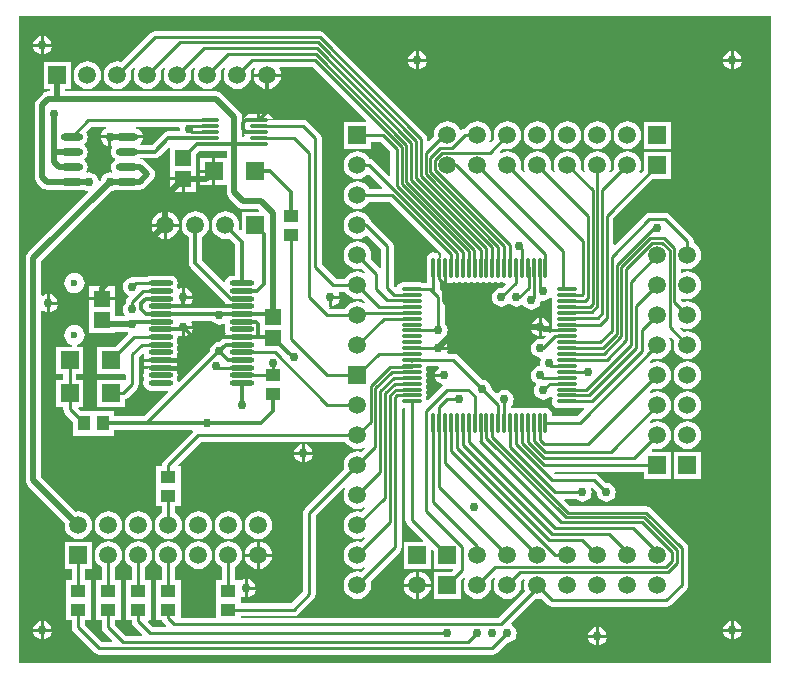
<source format=gtl>
%FSAX25Y25*%
%MOIN*%
G70*
G01*
G75*
G04 Layer_Physical_Order=1*
G04 Layer_Color=255*
%ADD10O,0.06496X0.01181*%
%ADD11R,0.05906X0.05906*%
%ADD12O,0.07480X0.02362*%
%ADD13O,0.08268X0.01772*%
%ADD14R,0.05118X0.03937*%
%ADD15O,0.01181X0.06890*%
%ADD16O,0.06890X0.01181*%
%ADD17R,0.05512X0.05512*%
%ADD18R,0.03937X0.05118*%
%ADD19C,0.01000*%
%ADD20C,0.01400*%
%ADD21C,0.02000*%
%ADD22C,0.01200*%
%ADD23C,0.01600*%
%ADD24C,0.05906*%
%ADD25C,0.02362*%
%ADD26R,0.05906X0.05906*%
%ADD27C,0.03000*%
G36*
X0457859Y0344141D02*
X0207141Y0344141D01*
X0207141Y0559859D01*
X0457859Y0559859D01*
X0457859Y0344141D01*
X0457859Y0344141D02*
G37*
%LPC*%
G36*
X0301500Y0413500D02*
X0298939Y0413500D01*
X0298980Y0413191D01*
X0299292Y0412437D01*
X0299789Y0411789D01*
X0300437Y0411292D01*
X0301191Y0410980D01*
X0301500Y0410939D01*
X0301500Y0413500D01*
X0301500Y0413500D02*
G37*
G36*
X0434553Y0414553D02*
X0425447Y0414553D01*
X0425447Y0405447D01*
X0434553Y0405447D01*
X0434553Y0414553D01*
X0434553Y0414553D02*
G37*
G36*
X0301500Y0417061D02*
X0301191Y0417020D01*
X0300437Y0416708D01*
X0299789Y0416211D01*
X0299292Y0415563D01*
X0298980Y0414809D01*
X0298939Y0414500D01*
X0301500Y0414500D01*
X0301500Y0417061D01*
X0301500Y0417061D02*
G37*
G36*
X0305061Y0413500D02*
X0302500Y0413500D01*
X0302500Y0410939D01*
X0302809Y0410980D01*
X0303563Y0411292D01*
X0304211Y0411789D01*
X0304708Y0412437D01*
X0305020Y0413191D01*
X0305061Y0413500D01*
X0305061Y0413500D02*
G37*
G36*
X0287000Y0394592D02*
X0285811Y0394436D01*
X0284704Y0393977D01*
X0283753Y0393247D01*
X0283023Y0392296D01*
X0282564Y0391189D01*
X0282408Y0390000D01*
X0282564Y0388811D01*
X0283023Y0387704D01*
X0283753Y0386753D01*
X0284704Y0386023D01*
X0285811Y0385564D01*
X0287000Y0385408D01*
X0288189Y0385564D01*
X0289296Y0386023D01*
X0290247Y0386753D01*
X0290977Y0387704D01*
X0291436Y0388811D01*
X0291592Y0390000D01*
X0291436Y0391189D01*
X0290977Y0392296D01*
X0290247Y0393247D01*
X0289296Y0393977D01*
X0288189Y0394436D01*
X0287000Y0394592D01*
X0287000Y0394592D02*
G37*
G36*
X0247000Y0394592D02*
X0245812Y0394436D01*
X0244704Y0393977D01*
X0243753Y0393247D01*
X0243023Y0392296D01*
X0242564Y0391189D01*
X0242408Y0390000D01*
X0242564Y0388811D01*
X0243023Y0387704D01*
X0243753Y0386753D01*
X0244704Y0386023D01*
X0245812Y0385564D01*
X0247000Y0385408D01*
X0248188Y0385564D01*
X0249296Y0386023D01*
X0250247Y0386753D01*
X0250977Y0387704D01*
X0251436Y0388811D01*
X0251592Y0390000D01*
X0251436Y0391189D01*
X0250977Y0392296D01*
X0250247Y0393247D01*
X0249296Y0393977D01*
X0248188Y0394436D01*
X0247000Y0394592D01*
X0247000Y0394592D02*
G37*
G36*
X0237000Y0394592D02*
X0235811Y0394436D01*
X0234704Y0393977D01*
X0233753Y0393247D01*
X0233023Y0392296D01*
X0232564Y0391189D01*
X0232408Y0390000D01*
X0232564Y0388811D01*
X0233023Y0387704D01*
X0233753Y0386753D01*
X0234704Y0386023D01*
X0235811Y0385564D01*
X0237000Y0385408D01*
X0238189Y0385564D01*
X0239296Y0386023D01*
X0240247Y0386753D01*
X0240977Y0387704D01*
X0241436Y0388811D01*
X0241592Y0390000D01*
X0241436Y0391189D01*
X0240977Y0392296D01*
X0240247Y0393247D01*
X0239296Y0393977D01*
X0238189Y0394436D01*
X0237000Y0394592D01*
X0237000Y0394592D02*
G37*
G36*
X0277000Y0394592D02*
X0275812Y0394436D01*
X0274704Y0393977D01*
X0273753Y0393247D01*
X0273023Y0392296D01*
X0272564Y0391189D01*
X0272408Y0390000D01*
X0272564Y0388811D01*
X0273023Y0387704D01*
X0273753Y0386753D01*
X0274704Y0386023D01*
X0275812Y0385564D01*
X0277000Y0385408D01*
X0278188Y0385564D01*
X0279296Y0386023D01*
X0280247Y0386753D01*
X0280977Y0387704D01*
X0281436Y0388811D01*
X0281592Y0390000D01*
X0281436Y0391189D01*
X0280977Y0392296D01*
X0280247Y0393247D01*
X0279296Y0393977D01*
X0278188Y0394436D01*
X0277000Y0394592D01*
X0277000Y0394592D02*
G37*
G36*
X0267000Y0394592D02*
X0265811Y0394436D01*
X0264704Y0393977D01*
X0263753Y0393247D01*
X0263023Y0392296D01*
X0262564Y0391189D01*
X0262408Y0390000D01*
X0262564Y0388811D01*
X0263023Y0387704D01*
X0263753Y0386753D01*
X0264704Y0386023D01*
X0265811Y0385564D01*
X0267000Y0385408D01*
X0268189Y0385564D01*
X0269296Y0386023D01*
X0270247Y0386753D01*
X0270977Y0387704D01*
X0271436Y0388811D01*
X0271592Y0390000D01*
X0271436Y0391189D01*
X0270977Y0392296D01*
X0270247Y0393247D01*
X0269296Y0393977D01*
X0268189Y0394436D01*
X0267000Y0394592D01*
X0267000Y0394592D02*
G37*
G36*
X0302500Y0417061D02*
X0302500Y0414500D01*
X0305061Y0414500D01*
X0305020Y0414809D01*
X0304708Y0415563D01*
X0304211Y0416211D01*
X0303563Y0416708D01*
X0302809Y0417020D01*
X0302500Y0417061D01*
X0302500Y0417061D02*
G37*
G36*
X0380500Y0459061D02*
X0380191Y0459020D01*
X0379437Y0458708D01*
X0378789Y0458211D01*
X0378292Y0457563D01*
X0377980Y0456809D01*
X0377939Y0456500D01*
X0380500Y0456500D01*
X0380500Y0459061D01*
X0380500Y0459061D02*
G37*
G36*
X0380500Y0455500D02*
X0377939Y0455500D01*
X0377980Y0455191D01*
X0378292Y0454437D01*
X0378789Y0453789D01*
X0379437Y0453292D01*
X0380191Y0452980D01*
X0380500Y0452939D01*
X0380500Y0455500D01*
X0380500Y0455500D02*
G37*
G36*
X0220061Y0463500D02*
X0217500Y0463500D01*
X0217500Y0460939D01*
X0217809Y0460980D01*
X0218563Y0461292D01*
X0219211Y0461789D01*
X0219708Y0462437D01*
X0220020Y0463191D01*
X0220061Y0463500D01*
X0220061Y0463500D02*
G37*
G36*
X0381500Y0459061D02*
X0381500Y0456500D01*
X0384061Y0456500D01*
X0384020Y0456809D01*
X0383708Y0457563D01*
X0383211Y0458211D01*
X0382563Y0458708D01*
X0381809Y0459020D01*
X0381500Y0459061D01*
X0381500Y0459061D02*
G37*
G36*
X0265061Y0455500D02*
X0262500Y0455500D01*
X0262500Y0452939D01*
X0262809Y0452980D01*
X0263563Y0453292D01*
X0264211Y0453789D01*
X0264708Y0454437D01*
X0265020Y0455191D01*
X0265061Y0455500D01*
X0265061Y0455500D02*
G37*
G36*
X0430000Y0434592D02*
X0428812Y0434436D01*
X0427704Y0433977D01*
X0426753Y0433247D01*
X0426023Y0432296D01*
X0425564Y0431188D01*
X0425408Y0430000D01*
X0425564Y0428812D01*
X0426023Y0427704D01*
X0426753Y0426753D01*
X0427704Y0426023D01*
X0428812Y0425564D01*
X0430000Y0425408D01*
X0431188Y0425564D01*
X0432296Y0426023D01*
X0433247Y0426753D01*
X0433977Y0427704D01*
X0434436Y0428812D01*
X0434592Y0430000D01*
X0434436Y0431188D01*
X0433977Y0432296D01*
X0433247Y0433247D01*
X0432296Y0433977D01*
X0431188Y0434436D01*
X0430000Y0434592D01*
X0430000Y0434592D02*
G37*
G36*
X0430000Y0424592D02*
X0428812Y0424436D01*
X0427704Y0423977D01*
X0426753Y0423247D01*
X0426023Y0422296D01*
X0425564Y0421188D01*
X0425408Y0420000D01*
X0425564Y0418812D01*
X0426023Y0417704D01*
X0426753Y0416753D01*
X0427704Y0416023D01*
X0428812Y0415564D01*
X0430000Y0415408D01*
X0431188Y0415564D01*
X0432296Y0416023D01*
X0433247Y0416753D01*
X0433977Y0417704D01*
X0434436Y0418812D01*
X0434592Y0420000D01*
X0434436Y0421188D01*
X0433977Y0422296D01*
X0433247Y0423247D01*
X0432296Y0423977D01*
X0431188Y0424436D01*
X0430000Y0424592D01*
X0430000Y0424592D02*
G37*
G36*
X0260100Y0444543D02*
X0248734Y0444543D01*
X0248828Y0444073D01*
X0249035Y0443764D01*
X0248828Y0443454D01*
X0248734Y0442984D01*
X0260100Y0442984D01*
X0260007Y0443454D01*
X0259800Y0443764D01*
X0260007Y0444073D01*
X0260100Y0444543D01*
X0260100Y0444543D02*
G37*
G36*
X0430000Y0444592D02*
X0428812Y0444436D01*
X0427704Y0443977D01*
X0426753Y0443247D01*
X0426023Y0442296D01*
X0425564Y0441188D01*
X0425408Y0440000D01*
X0425564Y0438811D01*
X0426023Y0437704D01*
X0426753Y0436753D01*
X0427704Y0436023D01*
X0428812Y0435564D01*
X0430000Y0435408D01*
X0431188Y0435564D01*
X0432296Y0436023D01*
X0433247Y0436753D01*
X0433977Y0437704D01*
X0434436Y0438811D01*
X0434592Y0440000D01*
X0434436Y0441188D01*
X0433977Y0442296D01*
X0433247Y0443247D01*
X0432296Y0443977D01*
X0431188Y0444436D01*
X0430000Y0444592D01*
X0430000Y0444592D02*
G37*
G36*
X0399500Y0356061D02*
X0399191Y0356020D01*
X0398437Y0355708D01*
X0397789Y0355211D01*
X0397292Y0354563D01*
X0396980Y0353809D01*
X0396939Y0353500D01*
X0399500Y0353500D01*
X0399500Y0356061D01*
X0399500Y0356061D02*
G37*
G36*
X0448061Y0354500D02*
X0445500Y0354500D01*
X0445500Y0351939D01*
X0445809Y0351980D01*
X0446563Y0352292D01*
X0447211Y0352789D01*
X0447708Y0353437D01*
X0448020Y0354191D01*
X0448061Y0354500D01*
X0448061Y0354500D02*
G37*
G36*
X0214500Y0358061D02*
X0214191Y0358020D01*
X0213437Y0357708D01*
X0212789Y0357211D01*
X0212292Y0356563D01*
X0211980Y0355809D01*
X0211939Y0355500D01*
X0214500Y0355500D01*
X0214500Y0358061D01*
X0214500Y0358061D02*
G37*
G36*
X0400500Y0356061D02*
X0400500Y0353500D01*
X0403061Y0353500D01*
X0403020Y0353809D01*
X0402708Y0354563D01*
X0402211Y0355211D01*
X0401563Y0355708D01*
X0400809Y0356020D01*
X0400500Y0356061D01*
X0400500Y0356061D02*
G37*
G36*
X0444500Y0354500D02*
X0441939Y0354500D01*
X0441980Y0354191D01*
X0442292Y0353437D01*
X0442789Y0352789D01*
X0443437Y0352292D01*
X0444191Y0351980D01*
X0444500Y0351939D01*
X0444500Y0354500D01*
X0444500Y0354500D02*
G37*
G36*
X0403061Y0352500D02*
X0400500Y0352500D01*
X0400500Y0349939D01*
X0400809Y0349980D01*
X0401563Y0350292D01*
X0402211Y0350789D01*
X0402708Y0351437D01*
X0403020Y0352191D01*
X0403061Y0352500D01*
X0403061Y0352500D02*
G37*
G36*
X0399500Y0352500D02*
X0396939Y0352500D01*
X0396980Y0352191D01*
X0397292Y0351437D01*
X0397789Y0350789D01*
X0398437Y0350292D01*
X0399191Y0349980D01*
X0399500Y0349939D01*
X0399500Y0352500D01*
X0399500Y0352500D02*
G37*
G36*
X0218061Y0354500D02*
X0215500Y0354500D01*
X0215500Y0351939D01*
X0215809Y0351980D01*
X0216563Y0352292D01*
X0217211Y0352789D01*
X0217708Y0353437D01*
X0218020Y0354191D01*
X0218061Y0354500D01*
X0218061Y0354500D02*
G37*
G36*
X0214500Y0354500D02*
X0211939Y0354500D01*
X0211980Y0354191D01*
X0212292Y0353437D01*
X0212789Y0352789D01*
X0213437Y0352292D01*
X0214191Y0351980D01*
X0214500Y0351939D01*
X0214500Y0354500D01*
X0214500Y0354500D02*
G37*
G36*
X0215500Y0358061D02*
X0215500Y0355500D01*
X0218061Y0355500D01*
X0218020Y0355809D01*
X0217708Y0356563D01*
X0217211Y0357211D01*
X0216563Y0357708D01*
X0215809Y0358020D01*
X0215500Y0358061D01*
X0215500Y0358061D02*
G37*
G36*
X0291526Y0379500D02*
X0287500Y0379500D01*
X0287500Y0375474D01*
X0288189Y0375564D01*
X0289296Y0376023D01*
X0290247Y0376753D01*
X0290977Y0377704D01*
X0291436Y0378812D01*
X0291526Y0379500D01*
X0291526Y0379500D02*
G37*
G36*
X0286500Y0379500D02*
X0282474Y0379500D01*
X0282564Y0378812D01*
X0283023Y0377704D01*
X0283753Y0376753D01*
X0284704Y0376023D01*
X0285811Y0375564D01*
X0286500Y0375474D01*
X0286500Y0379500D01*
X0286500Y0379500D02*
G37*
G36*
X0287500Y0384526D02*
X0287500Y0380500D01*
X0291526Y0380500D01*
X0291436Y0381189D01*
X0290977Y0382296D01*
X0290247Y0383247D01*
X0289296Y0383977D01*
X0288189Y0384436D01*
X0287500Y0384526D01*
X0287500Y0384526D02*
G37*
G36*
X0286500Y0384526D02*
X0285811Y0384436D01*
X0284704Y0383977D01*
X0283753Y0383247D01*
X0283023Y0382296D01*
X0282564Y0381189D01*
X0282474Y0380500D01*
X0286500Y0380500D01*
X0286500Y0384526D01*
X0286500Y0384526D02*
G37*
G36*
X0267000Y0384592D02*
X0265811Y0384436D01*
X0264704Y0383977D01*
X0263753Y0383247D01*
X0263023Y0382296D01*
X0262564Y0381189D01*
X0262408Y0380000D01*
X0262564Y0378812D01*
X0263023Y0377704D01*
X0263753Y0376753D01*
X0264704Y0376023D01*
X0265811Y0375564D01*
X0267000Y0375408D01*
X0268189Y0375564D01*
X0269296Y0376023D01*
X0270247Y0376753D01*
X0270977Y0377704D01*
X0271436Y0378812D01*
X0271592Y0380000D01*
X0271436Y0381189D01*
X0270977Y0382296D01*
X0270247Y0383247D01*
X0269296Y0383977D01*
X0268189Y0384436D01*
X0267000Y0384592D01*
X0267000Y0384592D02*
G37*
G36*
X0445500Y0358061D02*
X0445500Y0355500D01*
X0448061Y0355500D01*
X0448020Y0355809D01*
X0447708Y0356563D01*
X0447211Y0357211D01*
X0446563Y0357708D01*
X0445809Y0358020D01*
X0445500Y0358061D01*
X0445500Y0358061D02*
G37*
G36*
X0444500Y0358061D02*
X0444191Y0358020D01*
X0443437Y0357708D01*
X0442789Y0357211D01*
X0442292Y0356563D01*
X0441980Y0355809D01*
X0441939Y0355500D01*
X0444500Y0355500D01*
X0444500Y0358061D01*
X0444500Y0358061D02*
G37*
G36*
X0283500Y0372061D02*
X0283500Y0369500D01*
X0286061Y0369500D01*
X0286020Y0369809D01*
X0285708Y0370563D01*
X0285211Y0371211D01*
X0284563Y0371708D01*
X0283809Y0372020D01*
X0283500Y0372061D01*
X0283500Y0372061D02*
G37*
G36*
X0286061Y0368500D02*
X0283500Y0368500D01*
X0283500Y0365939D01*
X0283809Y0365980D01*
X0284563Y0366292D01*
X0285211Y0366789D01*
X0285708Y0367437D01*
X0286020Y0368191D01*
X0286061Y0368500D01*
X0286061Y0368500D02*
G37*
G36*
X0230000Y0544592D02*
X0228812Y0544436D01*
X0227704Y0543977D01*
X0226753Y0543247D01*
X0226023Y0542296D01*
X0225564Y0541188D01*
X0225408Y0540000D01*
X0225564Y0538811D01*
X0226023Y0537704D01*
X0226753Y0536753D01*
X0227704Y0536023D01*
X0228812Y0535564D01*
X0230000Y0535408D01*
X0231189Y0535564D01*
X0232296Y0536023D01*
X0233247Y0536753D01*
X0233977Y0537704D01*
X0234436Y0538811D01*
X0234592Y0540000D01*
X0234436Y0541188D01*
X0233977Y0542296D01*
X0233247Y0543247D01*
X0232296Y0543977D01*
X0231189Y0544436D01*
X0230000Y0544592D01*
X0230000Y0544592D02*
G37*
G36*
X0289728Y0527171D02*
X0287571Y0527171D01*
X0287571Y0525437D01*
X0291862Y0525437D01*
X0291792Y0525792D01*
X0291308Y0526516D01*
X0290583Y0527001D01*
X0289728Y0527171D01*
X0289728Y0527171D02*
G37*
G36*
X0218061Y0549500D02*
X0215500Y0549500D01*
X0215500Y0546939D01*
X0215809Y0546980D01*
X0216563Y0547292D01*
X0217211Y0547789D01*
X0217708Y0548437D01*
X0218020Y0549191D01*
X0218061Y0549500D01*
X0218061Y0549500D02*
G37*
G36*
X0289500Y0539500D02*
X0285474Y0539500D01*
X0285564Y0538811D01*
X0286023Y0537704D01*
X0286753Y0536753D01*
X0287704Y0536023D01*
X0288811Y0535564D01*
X0289500Y0535474D01*
X0289500Y0539500D01*
X0289500Y0539500D02*
G37*
G36*
X0214500Y0549500D02*
X0211939Y0549500D01*
X0211980Y0549191D01*
X0212292Y0548437D01*
X0212789Y0547789D01*
X0213437Y0547292D01*
X0214191Y0546980D01*
X0214500Y0546939D01*
X0214500Y0549500D01*
X0214500Y0549500D02*
G37*
G36*
X0410000Y0524592D02*
X0408812Y0524436D01*
X0407704Y0523977D01*
X0406753Y0523247D01*
X0406023Y0522296D01*
X0405564Y0521188D01*
X0405408Y0520000D01*
X0405564Y0518812D01*
X0406023Y0517704D01*
X0406753Y0516753D01*
X0407704Y0516023D01*
X0408812Y0515564D01*
X0410000Y0515408D01*
X0411189Y0515564D01*
X0412296Y0516023D01*
X0413247Y0516753D01*
X0413977Y0517704D01*
X0414436Y0518812D01*
X0414592Y0520000D01*
X0414436Y0521188D01*
X0413977Y0522296D01*
X0413247Y0523247D01*
X0412296Y0523977D01*
X0411189Y0524436D01*
X0410000Y0524592D01*
X0410000Y0524592D02*
G37*
G36*
X0400000Y0524592D02*
X0398812Y0524436D01*
X0397704Y0523977D01*
X0396753Y0523247D01*
X0396023Y0522296D01*
X0395564Y0521188D01*
X0395408Y0520000D01*
X0395564Y0518812D01*
X0396023Y0517704D01*
X0396753Y0516753D01*
X0397704Y0516023D01*
X0398812Y0515564D01*
X0400000Y0515408D01*
X0401189Y0515564D01*
X0402296Y0516023D01*
X0403247Y0516753D01*
X0403977Y0517704D01*
X0404436Y0518812D01*
X0404592Y0520000D01*
X0404436Y0521188D01*
X0403977Y0522296D01*
X0403247Y0523247D01*
X0402296Y0523977D01*
X0401189Y0524436D01*
X0400000Y0524592D01*
X0400000Y0524592D02*
G37*
G36*
X0424553Y0524553D02*
X0415447Y0524553D01*
X0415447Y0515447D01*
X0424553Y0515447D01*
X0424553Y0524553D01*
X0424553Y0524553D02*
G37*
G36*
X0286571Y0527171D02*
X0284413Y0527171D01*
X0283559Y0527001D01*
X0282834Y0526516D01*
X0282350Y0525792D01*
X0282279Y0525437D01*
X0286571Y0525437D01*
X0286571Y0527171D01*
X0286571Y0527171D02*
G37*
G36*
X0214500Y0553061D02*
X0214191Y0553020D01*
X0213437Y0552708D01*
X0212789Y0552211D01*
X0212292Y0551563D01*
X0211980Y0550809D01*
X0211939Y0550500D01*
X0214500Y0550500D01*
X0214500Y0553061D01*
X0214500Y0553061D02*
G37*
G36*
X0448061Y0544500D02*
X0445500Y0544500D01*
X0445500Y0541939D01*
X0445809Y0541980D01*
X0446563Y0542292D01*
X0447211Y0542789D01*
X0447708Y0543437D01*
X0448020Y0544191D01*
X0448061Y0544500D01*
X0448061Y0544500D02*
G37*
G36*
X0444500Y0544500D02*
X0441939Y0544500D01*
X0441980Y0544191D01*
X0442292Y0543437D01*
X0442789Y0542789D01*
X0443437Y0542292D01*
X0444191Y0541980D01*
X0444500Y0541939D01*
X0444500Y0544500D01*
X0444500Y0544500D02*
G37*
G36*
X0307400Y0554741D02*
X0252600Y0554741D01*
X0251781Y0554578D01*
X0251086Y0554114D01*
X0241343Y0544371D01*
X0241189Y0544436D01*
X0240000Y0544592D01*
X0238811Y0544436D01*
X0237704Y0543977D01*
X0236753Y0543247D01*
X0236023Y0542296D01*
X0235564Y0541188D01*
X0235408Y0540000D01*
X0235564Y0538811D01*
X0236023Y0537704D01*
X0236753Y0536753D01*
X0237704Y0536023D01*
X0238811Y0535564D01*
X0240000Y0535408D01*
X0241189Y0535564D01*
X0242296Y0536023D01*
X0243247Y0536753D01*
X0243977Y0537704D01*
X0244436Y0538811D01*
X0244592Y0540000D01*
X0244436Y0541188D01*
X0244371Y0541343D01*
X0245628Y0542600D01*
X0246023Y0542296D01*
X0245564Y0541188D01*
X0245408Y0540000D01*
X0245564Y0538811D01*
X0246023Y0537704D01*
X0246753Y0536753D01*
X0247704Y0536023D01*
X0248812Y0535564D01*
X0250000Y0535408D01*
X0251188Y0535564D01*
X0252296Y0536023D01*
X0253247Y0536753D01*
X0253977Y0537704D01*
X0254436Y0538811D01*
X0254592Y0540000D01*
X0254436Y0541188D01*
X0254371Y0541343D01*
X0255628Y0542600D01*
X0256023Y0542296D01*
X0255564Y0541188D01*
X0255408Y0540000D01*
X0255564Y0538811D01*
X0256023Y0537704D01*
X0256753Y0536753D01*
X0257704Y0536023D01*
X0258811Y0535564D01*
X0260000Y0535408D01*
X0261189Y0535564D01*
X0262296Y0536023D01*
X0263247Y0536753D01*
X0263977Y0537704D01*
X0264436Y0538811D01*
X0264592Y0540000D01*
X0264436Y0541188D01*
X0264371Y0541343D01*
X0265628Y0542600D01*
X0266023Y0542296D01*
X0265564Y0541188D01*
X0265408Y0540000D01*
X0265564Y0538811D01*
X0266023Y0537704D01*
X0266753Y0536753D01*
X0267704Y0536023D01*
X0268811Y0535564D01*
X0270000Y0535408D01*
X0271188Y0535564D01*
X0272296Y0536023D01*
X0273247Y0536753D01*
X0273977Y0537704D01*
X0274436Y0538811D01*
X0274592Y0540000D01*
X0274436Y0541188D01*
X0274371Y0541343D01*
X0275628Y0542600D01*
X0276023Y0542296D01*
X0275564Y0541188D01*
X0275408Y0540000D01*
X0275564Y0538811D01*
X0276023Y0537704D01*
X0276753Y0536753D01*
X0277704Y0536023D01*
X0278812Y0535564D01*
X0280000Y0535408D01*
X0281189Y0535564D01*
X0282296Y0536023D01*
X0283247Y0536753D01*
X0283977Y0537704D01*
X0284436Y0538811D01*
X0284592Y0540000D01*
X0284436Y0541188D01*
X0284371Y0541343D01*
X0285628Y0542600D01*
X0286023Y0542296D01*
X0285564Y0541188D01*
X0285474Y0540500D01*
X0294526Y0540500D01*
X0294436Y0541188D01*
X0293977Y0542296D01*
X0293889Y0542410D01*
X0294110Y0542859D01*
X0305062Y0542859D01*
X0322906Y0525015D01*
X0322715Y0524553D01*
X0315447Y0524553D01*
X0315447Y0515447D01*
X0324553Y0515447D01*
X0324553Y0517859D01*
X0327799Y0517859D01*
X0331006Y0514652D01*
X0331006Y0506573D01*
X0330544Y0506382D01*
X0325412Y0511514D01*
X0324717Y0511978D01*
X0324054Y0512110D01*
X0323977Y0512296D01*
X0323247Y0513247D01*
X0322296Y0513977D01*
X0321188Y0514436D01*
X0320000Y0514592D01*
X0318811Y0514436D01*
X0317704Y0513977D01*
X0316753Y0513247D01*
X0316023Y0512296D01*
X0315564Y0511189D01*
X0315408Y0510000D01*
X0315564Y0508812D01*
X0316023Y0507704D01*
X0316753Y0506753D01*
X0317704Y0506023D01*
X0318811Y0505564D01*
X0320000Y0505408D01*
X0321188Y0505564D01*
X0322296Y0506023D01*
X0323247Y0506753D01*
X0323394Y0506944D01*
X0323893Y0506977D01*
X0328267Y0502603D01*
X0328076Y0502141D01*
X0324041Y0502141D01*
X0323977Y0502296D01*
X0323247Y0503247D01*
X0322296Y0503977D01*
X0321188Y0504436D01*
X0320000Y0504592D01*
X0318811Y0504436D01*
X0317704Y0503977D01*
X0316753Y0503247D01*
X0316023Y0502296D01*
X0315564Y0501189D01*
X0315408Y0500000D01*
X0315564Y0498811D01*
X0316023Y0497704D01*
X0316753Y0496753D01*
X0317704Y0496023D01*
X0318811Y0495564D01*
X0320000Y0495408D01*
X0321188Y0495564D01*
X0322296Y0496023D01*
X0323247Y0496753D01*
X0323977Y0497704D01*
X0324041Y0497859D01*
X0330749Y0497859D01*
X0347198Y0481409D01*
X0347053Y0480931D01*
X0347268Y0480974D01*
X0347724Y0480883D01*
X0347768Y0480839D01*
X0347768Y0475885D01*
X0347768Y0470897D01*
X0348122Y0470968D01*
X0348252Y0471055D01*
X0348381Y0470968D01*
X0348736Y0470897D01*
X0348736Y0475887D01*
X0348971Y0475887D01*
X0348971Y0473032D01*
X0349141Y0472177D01*
X0349625Y0471452D01*
X0349736Y0471378D01*
X0349736Y0470897D01*
X0350091Y0470968D01*
X0350220Y0471055D01*
X0350350Y0470968D01*
X0351205Y0470798D01*
X0352059Y0470968D01*
X0352189Y0471055D01*
X0352319Y0470968D01*
X0353173Y0470798D01*
X0354028Y0470968D01*
X0354157Y0471055D01*
X0354287Y0470968D01*
X0355142Y0470798D01*
X0355996Y0470968D01*
X0356126Y0471055D01*
X0356256Y0470968D01*
X0357110Y0470798D01*
X0357965Y0470968D01*
X0358095Y0471055D01*
X0358224Y0470968D01*
X0359079Y0470798D01*
X0359933Y0470968D01*
X0360063Y0471055D01*
X0360192Y0470968D01*
X0361047Y0470798D01*
X0361902Y0470968D01*
X0362032Y0471055D01*
X0362161Y0470968D01*
X0363016Y0470798D01*
X0363870Y0470968D01*
X0364000Y0471055D01*
X0364129Y0470968D01*
X0364984Y0470798D01*
X0365839Y0470968D01*
X0365968Y0471055D01*
X0366098Y0470968D01*
X0366953Y0470798D01*
X0367808Y0470968D01*
X0367937Y0471055D01*
X0368067Y0470968D01*
X0368921Y0470798D01*
X0369136Y0470841D01*
X0369372Y0470400D01*
X0368087Y0469115D01*
X0368000Y0469127D01*
X0367191Y0469020D01*
X0366437Y0468708D01*
X0365789Y0468211D01*
X0365292Y0467563D01*
X0364980Y0466809D01*
X0364873Y0466000D01*
X0364980Y0465191D01*
X0365292Y0464437D01*
X0365789Y0463789D01*
X0366437Y0463292D01*
X0367191Y0462980D01*
X0368000Y0462873D01*
X0368809Y0462980D01*
X0369563Y0463292D01*
X0370211Y0463789D01*
X0370250Y0463840D01*
X0370750Y0463840D01*
X0370789Y0463789D01*
X0371437Y0463292D01*
X0372191Y0462980D01*
X0373000Y0462873D01*
X0373809Y0462980D01*
X0374563Y0463292D01*
X0374811Y0463482D01*
X0375307Y0463417D01*
X0375789Y0462789D01*
X0376437Y0462292D01*
X0377191Y0461980D01*
X0378000Y0461873D01*
X0378809Y0461980D01*
X0379563Y0462292D01*
X0380211Y0462789D01*
X0380708Y0463437D01*
X0381020Y0464191D01*
X0381079Y0464638D01*
X0381476Y0464942D01*
X0382000Y0464873D01*
X0382809Y0464980D01*
X0383563Y0465292D01*
X0384211Y0465789D01*
X0384457Y0466110D01*
X0384944Y0465997D01*
X0384944Y0465997D01*
X0384968Y0465619D01*
X0384968Y0465619D01*
X0384798Y0464764D01*
X0384968Y0463909D01*
X0385055Y0463779D01*
X0384968Y0463650D01*
X0384798Y0462795D01*
X0384968Y0461941D01*
X0385055Y0461811D01*
X0384968Y0461682D01*
X0384798Y0460827D01*
X0384968Y0459972D01*
X0385055Y0459842D01*
X0384968Y0459713D01*
X0384798Y0458858D01*
X0384968Y0458004D01*
X0385055Y0457874D01*
X0384968Y0457745D01*
X0384798Y0456890D01*
X0384968Y0456035D01*
X0385055Y0455905D01*
X0384968Y0455776D01*
X0384897Y0455421D01*
X0385378Y0455421D01*
X0385452Y0455310D01*
X0385816Y0455067D01*
X0385133Y0454931D01*
X0384836Y0454732D01*
X0384836Y0454732D01*
X0384439Y0454467D01*
X0384104Y0454132D01*
X0383708Y0454437D01*
X0384020Y0455191D01*
X0384061Y0455500D01*
X0381500Y0455500D01*
X0381500Y0452939D01*
X0381809Y0452980D01*
X0382563Y0453292D01*
X0382868Y0452896D01*
X0381939Y0451967D01*
X0381809Y0452020D01*
X0381000Y0452127D01*
X0380191Y0452020D01*
X0379437Y0451708D01*
X0378789Y0451211D01*
X0378292Y0450563D01*
X0377980Y0449809D01*
X0377873Y0449000D01*
X0377980Y0448191D01*
X0378292Y0447437D01*
X0378789Y0446789D01*
X0379437Y0446292D01*
X0380191Y0445980D01*
X0380992Y0445874D01*
X0381002Y0445856D01*
X0381101Y0445103D01*
X0380980Y0444809D01*
X0380873Y0444000D01*
X0380942Y0443476D01*
X0380638Y0443079D01*
X0380191Y0443020D01*
X0379437Y0442708D01*
X0378789Y0442211D01*
X0378292Y0441563D01*
X0377980Y0440809D01*
X0377873Y0440000D01*
X0377980Y0439191D01*
X0378292Y0438437D01*
X0378789Y0437789D01*
X0379417Y0437307D01*
X0379482Y0436811D01*
X0379292Y0436563D01*
X0378980Y0435809D01*
X0378873Y0435000D01*
X0378980Y0434191D01*
X0379292Y0433437D01*
X0379789Y0432789D01*
X0380437Y0432292D01*
X0381191Y0431980D01*
X0382000Y0431873D01*
X0382809Y0431980D01*
X0383563Y0432292D01*
X0384211Y0432789D01*
X0384384Y0433015D01*
X0384871Y0432901D01*
X0384968Y0432413D01*
X0385055Y0432283D01*
X0384968Y0432154D01*
X0384798Y0431299D01*
X0384968Y0430444D01*
X0385452Y0429720D01*
X0386177Y0429236D01*
X0387032Y0429066D01*
X0392740Y0429066D01*
X0393204Y0429158D01*
X0395477Y0429158D01*
X0395668Y0428696D01*
X0393227Y0426255D01*
X0384934Y0426255D01*
X0384934Y0426968D01*
X0384764Y0427823D01*
X0384280Y0428548D01*
X0383556Y0429032D01*
X0382701Y0429202D01*
X0381846Y0429032D01*
X0381716Y0428945D01*
X0381587Y0429032D01*
X0380732Y0429202D01*
X0379878Y0429032D01*
X0379748Y0428945D01*
X0379619Y0429032D01*
X0378764Y0429202D01*
X0377909Y0429032D01*
X0377780Y0428945D01*
X0377650Y0429032D01*
X0376795Y0429202D01*
X0375941Y0429032D01*
X0375811Y0428945D01*
X0375681Y0429032D01*
X0374827Y0429202D01*
X0373972Y0429032D01*
X0373843Y0428945D01*
X0373713Y0429032D01*
X0372858Y0429202D01*
X0372004Y0429032D01*
X0371874Y0428945D01*
X0371744Y0429032D01*
X0371062Y0429168D01*
X0371062Y0429675D01*
X0371211Y0429789D01*
X0371708Y0430437D01*
X0372020Y0431191D01*
X0372127Y0432000D01*
X0372020Y0432809D01*
X0371708Y0433563D01*
X0371211Y0434211D01*
X0370563Y0434708D01*
X0369809Y0435020D01*
X0369000Y0435127D01*
X0368191Y0435020D01*
X0367437Y0434708D01*
X0366789Y0434211D01*
X0366598Y0433962D01*
X0366099Y0433929D01*
X0364754Y0435274D01*
X0364766Y0435361D01*
X0364659Y0436170D01*
X0364347Y0436924D01*
X0363850Y0437572D01*
X0363202Y0438069D01*
X0362448Y0438381D01*
X0361639Y0438488D01*
X0361552Y0438476D01*
X0353435Y0446593D01*
X0352741Y0447057D01*
X0351921Y0447220D01*
X0350068Y0447220D01*
X0349790Y0447636D01*
X0350020Y0448191D01*
X0350061Y0448500D01*
X0346999Y0448500D01*
X0346999Y0449500D01*
X0350061Y0449500D01*
X0350020Y0449809D01*
X0349708Y0450563D01*
X0349211Y0451211D01*
X0348563Y0451708D01*
X0348462Y0451750D01*
X0348462Y0452250D01*
X0348563Y0452292D01*
X0349211Y0452789D01*
X0349708Y0453437D01*
X0350020Y0454191D01*
X0350127Y0455000D01*
X0350020Y0455809D01*
X0349708Y0456563D01*
X0349211Y0457211D01*
X0349062Y0457325D01*
X0349062Y0466079D01*
X0348899Y0466898D01*
X0348435Y0467593D01*
X0347440Y0468588D01*
X0347440Y0470832D01*
X0347441Y0470832D01*
X0347441Y0472567D01*
X0347533Y0473032D01*
X0347533Y0475885D01*
X0347533Y0478740D01*
X0347363Y0479595D01*
X0346879Y0480320D01*
X0346768Y0480394D01*
X0346768Y0480874D01*
X0346413Y0480804D01*
X0346284Y0480717D01*
X0346154Y0480804D01*
X0345299Y0480974D01*
X0344444Y0480804D01*
X0343720Y0480319D01*
X0343236Y0479595D01*
X0343066Y0478740D01*
X0343066Y0473032D01*
X0343158Y0472567D01*
X0343158Y0470842D01*
X0341433Y0470842D01*
X0340968Y0470934D01*
X0335260Y0470934D01*
X0334405Y0470764D01*
X0333681Y0470280D01*
X0333196Y0469556D01*
X0333180Y0469472D01*
X0332701Y0469327D01*
X0332141Y0469887D01*
X0332141Y0483000D01*
X0331978Y0483819D01*
X0331514Y0484514D01*
X0324514Y0491514D01*
X0324406Y0491586D01*
X0324219Y0491711D01*
X0323977Y0492296D01*
X0323247Y0493247D01*
X0322296Y0493977D01*
X0321188Y0494436D01*
X0320000Y0494592D01*
X0318811Y0494436D01*
X0317704Y0493977D01*
X0316753Y0493247D01*
X0316023Y0492296D01*
X0315564Y0491188D01*
X0315408Y0490000D01*
X0315564Y0488811D01*
X0316023Y0487704D01*
X0316753Y0486753D01*
X0317704Y0486023D01*
X0318811Y0485564D01*
X0320000Y0485408D01*
X0321188Y0485564D01*
X0322296Y0486023D01*
X0323231Y0486741D01*
X0327859Y0482113D01*
X0327859Y0475822D01*
X0327397Y0475631D01*
X0324371Y0478657D01*
X0324436Y0478812D01*
X0324592Y0480000D01*
X0324436Y0481188D01*
X0323977Y0482296D01*
X0323247Y0483247D01*
X0322296Y0483977D01*
X0321188Y0484436D01*
X0320000Y0484592D01*
X0318811Y0484436D01*
X0317704Y0483977D01*
X0316753Y0483247D01*
X0316023Y0482296D01*
X0315564Y0481188D01*
X0315408Y0480000D01*
X0315564Y0478812D01*
X0316023Y0477704D01*
X0316753Y0476753D01*
X0317704Y0476023D01*
X0318811Y0475564D01*
X0320000Y0475408D01*
X0321188Y0475564D01*
X0321343Y0475629D01*
X0322600Y0474372D01*
X0322296Y0473977D01*
X0321188Y0474436D01*
X0320000Y0474592D01*
X0318811Y0474436D01*
X0317704Y0473977D01*
X0316753Y0473247D01*
X0316023Y0472296D01*
X0315959Y0472141D01*
X0312887Y0472141D01*
X0308088Y0476940D01*
X0308088Y0519053D01*
X0307925Y0519872D01*
X0307461Y0520567D01*
X0303514Y0524514D01*
X0303514Y0524514D01*
X0302819Y0524978D01*
X0302000Y0525141D01*
X0301842Y0525110D01*
X0291928Y0525110D01*
X0291927Y0525110D01*
X0290193Y0525110D01*
X0289728Y0525202D01*
X0284413Y0525202D01*
X0283559Y0525032D01*
X0282834Y0524548D01*
X0282760Y0524437D01*
X0282279Y0524437D01*
X0282350Y0524082D01*
X0282436Y0523953D01*
X0282350Y0523823D01*
X0282180Y0522968D01*
X0282350Y0522114D01*
X0282436Y0521984D01*
X0282350Y0521855D01*
X0282279Y0521500D01*
X0282760Y0521500D01*
X0282834Y0521389D01*
X0283416Y0521000D01*
X0282834Y0520611D01*
X0282760Y0520500D01*
X0282279Y0520500D01*
X0282350Y0520145D01*
X0282436Y0520016D01*
X0282350Y0519886D01*
X0282235Y0519306D01*
X0281622Y0519306D01*
X0281622Y0526000D01*
X0281622Y0526000D01*
X0281533Y0526679D01*
X0281271Y0527311D01*
X0280854Y0527854D01*
X0280854Y0527854D01*
X0274854Y0533854D01*
X0274311Y0534271D01*
X0273679Y0534533D01*
X0273000Y0534622D01*
X0273000Y0534622D01*
X0222622Y0534622D01*
X0222622Y0535447D01*
X0224553Y0535447D01*
X0224553Y0544553D01*
X0215447Y0544553D01*
X0215447Y0535447D01*
X0217378Y0535447D01*
X0217378Y0534622D01*
X0217000Y0534622D01*
X0217000Y0534622D01*
X0216321Y0534533D01*
X0215689Y0534271D01*
X0215146Y0533854D01*
X0215146Y0533854D01*
X0213146Y0531854D01*
X0212729Y0531311D01*
X0212467Y0530679D01*
X0212378Y0530000D01*
X0212378Y0530000D01*
X0212378Y0506000D01*
X0212378Y0506000D01*
X0212467Y0505321D01*
X0212729Y0504689D01*
X0213146Y0504146D01*
X0214646Y0502646D01*
X0214646Y0502646D01*
X0215189Y0502229D01*
X0215189Y0502229D01*
X0215189Y0502229D01*
X0215189Y0502229D01*
X0215189Y0502229D01*
X0215189Y0502229D01*
X0215821Y0501967D01*
X0216500Y0501877D01*
X0216500Y0501878D01*
X0221253Y0501878D01*
X0221463Y0501791D01*
X0222189Y0501695D01*
X0227307Y0501695D01*
X0228033Y0501791D01*
X0228243Y0501878D01*
X0228825Y0501878D01*
X0228937Y0501792D01*
X0229691Y0501480D01*
X0230085Y0501428D01*
X0230246Y0500954D01*
X0210146Y0480854D01*
X0209729Y0480311D01*
X0209467Y0479679D01*
X0209378Y0479000D01*
X0209378Y0479000D01*
X0209378Y0405000D01*
X0209378Y0405000D01*
X0209467Y0404321D01*
X0209729Y0403689D01*
X0210146Y0403146D01*
X0222511Y0390781D01*
X0222408Y0390000D01*
X0222564Y0388811D01*
X0223023Y0387704D01*
X0223753Y0386753D01*
X0224704Y0386023D01*
X0225812Y0385564D01*
X0227000Y0385408D01*
X0228188Y0385564D01*
X0229296Y0386023D01*
X0230247Y0386753D01*
X0230977Y0387704D01*
X0231436Y0388811D01*
X0231592Y0390000D01*
X0231436Y0391189D01*
X0230977Y0392296D01*
X0230247Y0393247D01*
X0229296Y0393977D01*
X0228188Y0394436D01*
X0227000Y0394592D01*
X0226219Y0394489D01*
X0214622Y0406086D01*
X0214622Y0461352D01*
X0215071Y0461573D01*
X0215437Y0461292D01*
X0216191Y0460980D01*
X0216500Y0460939D01*
X0216500Y0463999D01*
X0216500Y0467061D01*
X0216191Y0467020D01*
X0215437Y0466708D01*
X0215071Y0466427D01*
X0214622Y0466648D01*
X0214622Y0477914D01*
X0238170Y0501462D01*
X0238309Y0501480D01*
X0239063Y0501792D01*
X0239175Y0501878D01*
X0239757Y0501878D01*
X0239967Y0501791D01*
X0240693Y0501695D01*
X0245811Y0501695D01*
X0246537Y0501791D01*
X0246747Y0501878D01*
X0247500Y0501878D01*
X0247500Y0501877D01*
X0248179Y0501967D01*
X0248811Y0502229D01*
X0249354Y0502646D01*
X0251854Y0505146D01*
X0252271Y0505689D01*
X0252533Y0506321D01*
X0252622Y0507000D01*
X0252533Y0507679D01*
X0252271Y0508311D01*
X0251854Y0508854D01*
X0249354Y0511354D01*
X0248811Y0511771D01*
X0248179Y0512033D01*
X0247500Y0512122D01*
X0247635Y0512257D01*
X0252500Y0512257D01*
X0253358Y0512428D01*
X0254086Y0512914D01*
X0254086Y0512914D01*
X0254086Y0512914D01*
X0257182Y0516010D01*
X0257644Y0515819D01*
X0257644Y0508187D01*
X0257644Y0505957D01*
X0266356Y0505957D01*
X0266356Y0508187D01*
X0266356Y0513727D01*
X0267449Y0514820D01*
X0276378Y0514820D01*
X0276378Y0512553D01*
X0272610Y0512553D01*
X0272610Y0507999D01*
X0272610Y0503447D01*
X0276378Y0503447D01*
X0276378Y0501000D01*
X0276378Y0501000D01*
X0276467Y0500321D01*
X0276729Y0499689D01*
X0277146Y0499146D01*
X0280146Y0496146D01*
X0280146Y0496146D01*
X0280689Y0495729D01*
X0281321Y0495467D01*
X0282000Y0495377D01*
X0282000Y0495378D01*
X0286914Y0495378D01*
X0287277Y0495015D01*
X0287085Y0494553D01*
X0281447Y0494553D01*
X0281447Y0488378D01*
X0280985Y0488187D01*
X0280414Y0488759D01*
X0280436Y0488811D01*
X0280592Y0490000D01*
X0280436Y0491188D01*
X0279977Y0492296D01*
X0279247Y0493247D01*
X0278296Y0493977D01*
X0277188Y0494436D01*
X0276000Y0494592D01*
X0274812Y0494436D01*
X0273704Y0493977D01*
X0272753Y0493247D01*
X0272023Y0492296D01*
X0271564Y0491188D01*
X0271408Y0490000D01*
X0271564Y0488811D01*
X0272023Y0487704D01*
X0272753Y0486753D01*
X0273704Y0486023D01*
X0274812Y0485564D01*
X0276000Y0485408D01*
X0277188Y0485564D01*
X0277241Y0485586D01*
X0279340Y0483488D01*
X0279340Y0473168D01*
X0278335Y0473168D01*
X0277365Y0472975D01*
X0276542Y0472426D01*
X0275993Y0471604D01*
X0275936Y0471319D01*
X0275458Y0471174D01*
X0268243Y0478389D01*
X0268243Y0486001D01*
X0268296Y0486023D01*
X0269247Y0486753D01*
X0269977Y0487704D01*
X0270436Y0488811D01*
X0270592Y0490000D01*
X0270436Y0491188D01*
X0269977Y0492296D01*
X0269247Y0493247D01*
X0268296Y0493977D01*
X0267189Y0494436D01*
X0266000Y0494592D01*
X0264811Y0494436D01*
X0263704Y0493977D01*
X0262753Y0493247D01*
X0262023Y0492296D01*
X0261564Y0491188D01*
X0261408Y0490000D01*
X0261564Y0488811D01*
X0262023Y0487704D01*
X0262753Y0486753D01*
X0263704Y0486023D01*
X0263757Y0486001D01*
X0263757Y0477460D01*
X0263928Y0476601D01*
X0264414Y0475874D01*
X0264414Y0475874D01*
X0264414Y0475874D01*
X0264414Y0475874D01*
X0264414Y0475874D01*
X0276140Y0464147D01*
X0275993Y0463927D01*
X0275900Y0463457D01*
X0276941Y0463457D01*
X0277365Y0463174D01*
X0278335Y0462981D01*
X0281584Y0462981D01*
X0281584Y0462932D01*
X0278335Y0462932D01*
X0277382Y0462743D01*
X0275842Y0462743D01*
X0275800Y0462957D01*
X0275813Y0463023D01*
X0275372Y0462787D01*
X0274809Y0463020D01*
X0274000Y0463127D01*
X0273191Y0463020D01*
X0272521Y0462743D01*
X0263518Y0462743D01*
X0263421Y0463233D01*
X0263563Y0463292D01*
X0264211Y0463789D01*
X0264708Y0464437D01*
X0265020Y0465191D01*
X0265061Y0465500D01*
X0261999Y0465500D01*
X0261999Y0465999D01*
X0261500Y0465999D01*
X0261500Y0469061D01*
X0261191Y0469020D01*
X0260466Y0468720D01*
X0260025Y0468956D01*
X0260007Y0469045D01*
X0259800Y0469354D01*
X0260007Y0469664D01*
X0260200Y0470634D01*
X0260007Y0471604D01*
X0259457Y0472426D01*
X0258635Y0472975D01*
X0257665Y0473168D01*
X0251169Y0473168D01*
X0250199Y0472975D01*
X0249899Y0472775D01*
X0246134Y0472775D01*
X0245315Y0472612D01*
X0245281Y0472590D01*
X0245000Y0472627D01*
X0244191Y0472520D01*
X0243437Y0472208D01*
X0242789Y0471711D01*
X0242292Y0471063D01*
X0241980Y0470309D01*
X0241873Y0469500D01*
X0241980Y0468691D01*
X0242292Y0467937D01*
X0242789Y0467289D01*
X0243437Y0466792D01*
X0243606Y0466722D01*
X0243704Y0466232D01*
X0243486Y0466014D01*
X0243022Y0465319D01*
X0242859Y0464500D01*
X0242859Y0464264D01*
X0242789Y0464211D01*
X0242292Y0463563D01*
X0241980Y0462809D01*
X0241873Y0462000D01*
X0241980Y0461191D01*
X0242292Y0460437D01*
X0242573Y0460071D01*
X0242352Y0459622D01*
X0239356Y0459622D01*
X0239356Y0461187D01*
X0239356Y0465043D01*
X0230644Y0465043D01*
X0230644Y0461187D01*
X0230644Y0454101D01*
X0239356Y0454101D01*
X0239356Y0454378D01*
X0243325Y0454378D01*
X0243437Y0454292D01*
X0243528Y0454254D01*
X0243626Y0453764D01*
X0239415Y0449553D01*
X0233337Y0449553D01*
X0233337Y0440447D01*
X0242442Y0440447D01*
X0242442Y0440447D01*
X0242505Y0440447D01*
X0242859Y0440094D01*
X0242859Y0438553D01*
X0242442Y0438553D01*
X0242442Y0438553D01*
X0233337Y0438553D01*
X0233337Y0429447D01*
X0242442Y0429447D01*
X0242442Y0431947D01*
X0242819Y0432022D01*
X0243514Y0432486D01*
X0243514Y0432486D01*
X0243514Y0432486D01*
X0246514Y0435486D01*
X0246978Y0436181D01*
X0247141Y0437000D01*
X0247141Y0446113D01*
X0248259Y0447231D01*
X0248738Y0447086D01*
X0248828Y0446632D01*
X0249035Y0446323D01*
X0248828Y0446013D01*
X0248734Y0445543D01*
X0249776Y0445543D01*
X0250199Y0445261D01*
X0251169Y0445068D01*
X0257665Y0445068D01*
X0258635Y0445261D01*
X0259058Y0445543D01*
X0260100Y0445543D01*
X0260007Y0446013D01*
X0259800Y0446323D01*
X0260007Y0446632D01*
X0260200Y0447602D01*
X0260007Y0448572D01*
X0259800Y0448882D01*
X0260007Y0449192D01*
X0260200Y0450161D01*
X0260007Y0451131D01*
X0259800Y0451441D01*
X0260007Y0451751D01*
X0260200Y0452720D01*
X0260158Y0452930D01*
X0260545Y0453247D01*
X0261191Y0452980D01*
X0261500Y0452939D01*
X0261500Y0456001D01*
X0261999Y0456001D01*
X0261999Y0456500D01*
X0265061Y0456500D01*
X0265020Y0456809D01*
X0264708Y0457563D01*
X0264677Y0457604D01*
X0264898Y0458053D01*
X0271587Y0458053D01*
X0271789Y0457789D01*
X0272437Y0457292D01*
X0273191Y0456980D01*
X0274000Y0456873D01*
X0274809Y0456980D01*
X0275518Y0457273D01*
X0275959Y0457038D01*
X0275993Y0456869D01*
X0276200Y0456559D01*
X0275993Y0456249D01*
X0275800Y0455279D01*
X0275993Y0454310D01*
X0276200Y0454000D01*
X0275993Y0453690D01*
X0275900Y0453221D01*
X0276941Y0453221D01*
X0277365Y0452938D01*
X0278335Y0452745D01*
X0281584Y0452745D01*
X0281584Y0452696D01*
X0278335Y0452696D01*
X0277382Y0452507D01*
X0276161Y0452507D01*
X0275855Y0452446D01*
X0275855Y0452446D01*
X0275264Y0452328D01*
X0274503Y0451820D01*
X0273782Y0451098D01*
X0273191Y0451020D01*
X0272437Y0450708D01*
X0271789Y0450211D01*
X0271292Y0449563D01*
X0270980Y0448809D01*
X0270902Y0448218D01*
X0260550Y0437866D01*
X0260071Y0438012D01*
X0260007Y0438336D01*
X0259800Y0438646D01*
X0260007Y0438955D01*
X0260200Y0439925D01*
X0260007Y0440895D01*
X0259800Y0441205D01*
X0260007Y0441514D01*
X0260100Y0441984D01*
X0259058Y0441984D01*
X0258635Y0442267D01*
X0257665Y0442460D01*
X0251169Y0442460D01*
X0250199Y0442267D01*
X0249776Y0441984D01*
X0248734Y0441984D01*
X0248828Y0441514D01*
X0249035Y0441205D01*
X0248828Y0440895D01*
X0248635Y0439925D01*
X0248828Y0438955D01*
X0249035Y0438646D01*
X0248828Y0438336D01*
X0248635Y0437366D01*
X0248828Y0436396D01*
X0249377Y0435574D01*
X0250199Y0435024D01*
X0251169Y0434832D01*
X0256862Y0434832D01*
X0257053Y0434370D01*
X0249029Y0426345D01*
X0238718Y0426345D01*
X0238718Y0428159D01*
X0227719Y0428159D01*
X0226893Y0428985D01*
X0227084Y0429447D01*
X0228663Y0429447D01*
X0228663Y0438553D01*
X0226251Y0438553D01*
X0226251Y0440447D01*
X0228663Y0440447D01*
X0228663Y0449553D01*
X0226567Y0449553D01*
X0226534Y0450052D01*
X0226550Y0450054D01*
X0227370Y0450393D01*
X0228074Y0450934D01*
X0228614Y0451638D01*
X0228954Y0452458D01*
X0229070Y0453339D01*
X0228954Y0454219D01*
X0228614Y0455039D01*
X0228074Y0455743D01*
X0227370Y0456284D01*
X0226550Y0456623D01*
X0225669Y0456739D01*
X0224789Y0456623D01*
X0223969Y0456284D01*
X0223265Y0455743D01*
X0222724Y0455039D01*
X0222384Y0454219D01*
X0222269Y0453339D01*
X0222384Y0452458D01*
X0222724Y0451638D01*
X0223265Y0450934D01*
X0223969Y0450393D01*
X0224789Y0450054D01*
X0224805Y0450052D01*
X0224772Y0449553D01*
X0219557Y0449553D01*
X0219557Y0440447D01*
X0221969Y0440447D01*
X0221969Y0438553D01*
X0219557Y0438553D01*
X0219557Y0429447D01*
X0221969Y0429447D01*
X0221969Y0428740D01*
X0222132Y0427921D01*
X0222596Y0427226D01*
X0225282Y0424541D01*
X0225282Y0419841D01*
X0238718Y0419841D01*
X0238718Y0421655D01*
X0264974Y0421655D01*
X0265165Y0421193D01*
X0255486Y0411514D01*
X0255022Y0410819D01*
X0254859Y0410000D01*
X0254859Y0409718D01*
X0252841Y0409718D01*
X0252841Y0402581D01*
X0252841Y0396282D01*
X0254859Y0396282D01*
X0254859Y0394041D01*
X0254704Y0393977D01*
X0253753Y0393247D01*
X0253023Y0392296D01*
X0252564Y0391189D01*
X0252408Y0390000D01*
X0252564Y0388811D01*
X0253023Y0387704D01*
X0253753Y0386753D01*
X0254704Y0386023D01*
X0255812Y0385564D01*
X0257000Y0385408D01*
X0258189Y0385564D01*
X0259296Y0386023D01*
X0260247Y0386753D01*
X0260977Y0387704D01*
X0261436Y0388811D01*
X0261592Y0390000D01*
X0261436Y0391189D01*
X0260977Y0392296D01*
X0260247Y0393247D01*
X0259296Y0393977D01*
X0259141Y0394041D01*
X0259141Y0396282D01*
X0261159Y0396282D01*
X0261159Y0402581D01*
X0261159Y0409718D01*
X0260399Y0409718D01*
X0260208Y0410180D01*
X0267887Y0417859D01*
X0315959Y0417859D01*
X0316023Y0417704D01*
X0316753Y0416753D01*
X0317704Y0416023D01*
X0318811Y0415564D01*
X0320000Y0415408D01*
X0321188Y0415564D01*
X0322296Y0416023D01*
X0322600Y0415628D01*
X0321343Y0414371D01*
X0321188Y0414436D01*
X0320000Y0414592D01*
X0318811Y0414436D01*
X0317704Y0413977D01*
X0316753Y0413247D01*
X0316023Y0412296D01*
X0315564Y0411189D01*
X0315408Y0410000D01*
X0315564Y0408812D01*
X0315629Y0408657D01*
X0302486Y0395514D01*
X0302022Y0394819D01*
X0301859Y0394000D01*
X0301859Y0367887D01*
X0297964Y0363991D01*
X0281159Y0363991D01*
X0281159Y0364581D01*
X0281159Y0365957D01*
X0281575Y0366235D01*
X0282191Y0365980D01*
X0282500Y0365939D01*
X0282500Y0368999D01*
X0282500Y0372061D01*
X0282191Y0372020D01*
X0281437Y0371708D01*
X0281336Y0371631D01*
X0281159Y0371718D01*
X0281159Y0371718D01*
X0281159Y0371718D01*
X0279141Y0371718D01*
X0279141Y0375959D01*
X0279296Y0376023D01*
X0280247Y0376753D01*
X0280977Y0377704D01*
X0281436Y0378812D01*
X0281592Y0380000D01*
X0281436Y0381189D01*
X0280977Y0382296D01*
X0280247Y0383247D01*
X0279296Y0383977D01*
X0278188Y0384436D01*
X0277000Y0384592D01*
X0275812Y0384436D01*
X0274704Y0383977D01*
X0273753Y0383247D01*
X0273023Y0382296D01*
X0272564Y0381189D01*
X0272408Y0380000D01*
X0272564Y0378812D01*
X0273023Y0377704D01*
X0273753Y0376753D01*
X0274704Y0376023D01*
X0274859Y0375959D01*
X0274859Y0371718D01*
X0272841Y0371718D01*
X0272841Y0364581D01*
X0272841Y0359141D01*
X0261159Y0359141D01*
X0261159Y0364581D01*
X0261159Y0371718D01*
X0259141Y0371718D01*
X0259141Y0375959D01*
X0259296Y0376023D01*
X0260247Y0376753D01*
X0260977Y0377704D01*
X0261436Y0378812D01*
X0261592Y0380000D01*
X0261436Y0381189D01*
X0260977Y0382296D01*
X0260247Y0383247D01*
X0259296Y0383977D01*
X0258189Y0384436D01*
X0257000Y0384592D01*
X0255812Y0384436D01*
X0254704Y0383977D01*
X0253753Y0383247D01*
X0253023Y0382296D01*
X0252564Y0381189D01*
X0252408Y0380000D01*
X0252564Y0378812D01*
X0253023Y0377704D01*
X0253753Y0376753D01*
X0254704Y0376023D01*
X0254859Y0375959D01*
X0254859Y0371718D01*
X0252841Y0371718D01*
X0252841Y0364581D01*
X0252841Y0358282D01*
X0254921Y0358282D01*
X0255022Y0358181D01*
X0255022Y0358181D01*
X0255022Y0358181D01*
X0255486Y0357486D01*
X0256369Y0356603D01*
X0256178Y0356141D01*
X0251887Y0356141D01*
X0250208Y0357820D01*
X0250399Y0358282D01*
X0251159Y0358282D01*
X0251159Y0364581D01*
X0251159Y0371718D01*
X0249141Y0371718D01*
X0249141Y0375959D01*
X0249296Y0376023D01*
X0250247Y0376753D01*
X0250977Y0377704D01*
X0251436Y0378812D01*
X0251592Y0380000D01*
X0251436Y0381189D01*
X0250977Y0382296D01*
X0250247Y0383247D01*
X0249296Y0383977D01*
X0248188Y0384436D01*
X0247000Y0384592D01*
X0245812Y0384436D01*
X0244704Y0383977D01*
X0243753Y0383247D01*
X0243023Y0382296D01*
X0242564Y0381189D01*
X0242408Y0380000D01*
X0242564Y0378812D01*
X0243023Y0377704D01*
X0243753Y0376753D01*
X0244704Y0376023D01*
X0244859Y0375959D01*
X0244859Y0371718D01*
X0242841Y0371718D01*
X0242841Y0364581D01*
X0242841Y0358282D01*
X0244859Y0358282D01*
X0244859Y0358000D01*
X0245022Y0357181D01*
X0245022Y0357181D01*
X0245022Y0357181D01*
X0245486Y0356486D01*
X0248369Y0353603D01*
X0248178Y0353141D01*
X0242887Y0353141D01*
X0239141Y0356887D01*
X0239141Y0358282D01*
X0241159Y0358282D01*
X0241159Y0364581D01*
X0241159Y0371718D01*
X0239141Y0371718D01*
X0239141Y0375959D01*
X0239296Y0376023D01*
X0240247Y0376753D01*
X0240977Y0377704D01*
X0241436Y0378812D01*
X0241592Y0380000D01*
X0241436Y0381189D01*
X0240977Y0382296D01*
X0240247Y0383247D01*
X0239296Y0383977D01*
X0238189Y0384436D01*
X0237000Y0384592D01*
X0235811Y0384436D01*
X0234704Y0383977D01*
X0233753Y0383247D01*
X0233023Y0382296D01*
X0232564Y0381189D01*
X0232408Y0380000D01*
X0232564Y0378812D01*
X0233023Y0377704D01*
X0233753Y0376753D01*
X0234704Y0376023D01*
X0234859Y0375959D01*
X0234859Y0371718D01*
X0232841Y0371718D01*
X0232841Y0364581D01*
X0232841Y0358282D01*
X0234859Y0358282D01*
X0234859Y0356000D01*
X0235022Y0355181D01*
X0235022Y0355181D01*
X0235022Y0355181D01*
X0235486Y0354486D01*
X0238369Y0351603D01*
X0238178Y0351141D01*
X0234887Y0351141D01*
X0229141Y0356887D01*
X0229141Y0358282D01*
X0231159Y0358282D01*
X0231159Y0364581D01*
X0231159Y0371718D01*
X0229141Y0371718D01*
X0229141Y0375447D01*
X0231553Y0375447D01*
X0231553Y0384553D01*
X0222447Y0384553D01*
X0222447Y0375447D01*
X0224859Y0375447D01*
X0224859Y0371718D01*
X0222841Y0371718D01*
X0222841Y0364581D01*
X0222841Y0358282D01*
X0224859Y0358282D01*
X0224859Y0356000D01*
X0225022Y0355181D01*
X0225022Y0355181D01*
X0225022Y0355181D01*
X0225486Y0354486D01*
X0232486Y0347486D01*
X0233181Y0347022D01*
X0233181Y0347022D01*
X0233181Y0347022D01*
X0233181Y0347022D01*
X0233181Y0347022D01*
X0233181Y0347022D01*
X0234000Y0346859D01*
X0365000Y0346859D01*
X0365819Y0347022D01*
X0366514Y0347486D01*
X0366514Y0347486D01*
X0366514Y0347486D01*
X0369913Y0350885D01*
X0370000Y0350873D01*
X0370809Y0350980D01*
X0371563Y0351292D01*
X0372211Y0351789D01*
X0372708Y0352437D01*
X0373020Y0353191D01*
X0373127Y0354000D01*
X0373020Y0354809D01*
X0372708Y0355563D01*
X0372211Y0356211D01*
X0371563Y0356708D01*
X0371394Y0356778D01*
X0371296Y0357268D01*
X0379502Y0365474D01*
X0380000Y0365408D01*
X0381189Y0365564D01*
X0381343Y0365629D01*
X0383486Y0363486D01*
X0384181Y0363022D01*
X0385000Y0362859D01*
X0423000Y0362859D01*
X0423819Y0363022D01*
X0424514Y0363486D01*
X0424514Y0363486D01*
X0424514Y0363486D01*
X0429714Y0368686D01*
X0430178Y0369381D01*
X0430178Y0369381D01*
X0430178Y0369381D01*
X0430341Y0370200D01*
X0430341Y0382326D01*
X0430178Y0383145D01*
X0429714Y0383840D01*
X0417839Y0395714D01*
X0417145Y0396178D01*
X0416326Y0396341D01*
X0390950Y0396341D01*
X0388894Y0398397D01*
X0389085Y0398859D01*
X0392736Y0398859D01*
X0392789Y0398789D01*
X0393437Y0398292D01*
X0394191Y0397980D01*
X0395000Y0397873D01*
X0395809Y0397980D01*
X0396563Y0398292D01*
X0397211Y0398789D01*
X0397708Y0399437D01*
X0398020Y0400191D01*
X0398127Y0401000D01*
X0398020Y0401809D01*
X0397708Y0402563D01*
X0397749Y0402648D01*
X0398243Y0402729D01*
X0399885Y0401087D01*
X0399873Y0401000D01*
X0399980Y0400191D01*
X0400292Y0399437D01*
X0400789Y0398789D01*
X0401437Y0398292D01*
X0402191Y0397980D01*
X0403000Y0397873D01*
X0403809Y0397980D01*
X0404563Y0398292D01*
X0405211Y0398789D01*
X0405708Y0399437D01*
X0406020Y0400191D01*
X0406127Y0401000D01*
X0406020Y0401809D01*
X0405708Y0402563D01*
X0405211Y0403211D01*
X0404563Y0403708D01*
X0403809Y0404020D01*
X0403000Y0404127D01*
X0402913Y0404115D01*
X0400514Y0406514D01*
X0399819Y0406978D01*
X0399000Y0407141D01*
X0385975Y0407141D01*
X0385697Y0407557D01*
X0385823Y0407859D01*
X0415447Y0407859D01*
X0415447Y0405447D01*
X0424553Y0405447D01*
X0424553Y0414553D01*
X0418234Y0414553D01*
X0418043Y0415015D01*
X0418657Y0415629D01*
X0418812Y0415564D01*
X0420000Y0415408D01*
X0421188Y0415564D01*
X0422296Y0416023D01*
X0423247Y0416753D01*
X0423977Y0417704D01*
X0424436Y0418812D01*
X0424592Y0420000D01*
X0424436Y0421188D01*
X0423977Y0422296D01*
X0423247Y0423247D01*
X0422296Y0423977D01*
X0421188Y0424436D01*
X0420000Y0424592D01*
X0418812Y0424436D01*
X0417704Y0423977D01*
X0417400Y0424372D01*
X0418657Y0425629D01*
X0418812Y0425564D01*
X0420000Y0425408D01*
X0421188Y0425564D01*
X0422296Y0426023D01*
X0423247Y0426753D01*
X0423977Y0427704D01*
X0424436Y0428812D01*
X0424592Y0430000D01*
X0424436Y0431188D01*
X0423977Y0432296D01*
X0423247Y0433247D01*
X0422296Y0433977D01*
X0421188Y0434436D01*
X0420000Y0434592D01*
X0418812Y0434436D01*
X0417704Y0433977D01*
X0417400Y0434372D01*
X0418657Y0435629D01*
X0418812Y0435564D01*
X0420000Y0435408D01*
X0421188Y0435564D01*
X0422296Y0436023D01*
X0423247Y0436753D01*
X0423977Y0437704D01*
X0424436Y0438811D01*
X0424592Y0440000D01*
X0424436Y0441188D01*
X0423977Y0442296D01*
X0423247Y0443247D01*
X0422296Y0443977D01*
X0421188Y0444436D01*
X0420000Y0444592D01*
X0418812Y0444436D01*
X0417704Y0443977D01*
X0417400Y0444372D01*
X0418657Y0445629D01*
X0418812Y0445564D01*
X0420000Y0445408D01*
X0421188Y0445564D01*
X0422296Y0446023D01*
X0423247Y0446753D01*
X0423977Y0447704D01*
X0424436Y0448811D01*
X0424592Y0450000D01*
X0424436Y0451189D01*
X0423977Y0452296D01*
X0424372Y0452600D01*
X0425629Y0451343D01*
X0425564Y0451189D01*
X0425408Y0450000D01*
X0425564Y0448811D01*
X0426023Y0447704D01*
X0426753Y0446753D01*
X0427704Y0446023D01*
X0428812Y0445564D01*
X0430000Y0445408D01*
X0431188Y0445564D01*
X0432296Y0446023D01*
X0433247Y0446753D01*
X0433977Y0447704D01*
X0434436Y0448811D01*
X0434592Y0450000D01*
X0434436Y0451189D01*
X0433977Y0452296D01*
X0433247Y0453247D01*
X0432296Y0453977D01*
X0431188Y0454436D01*
X0430000Y0454592D01*
X0428812Y0454436D01*
X0428657Y0454371D01*
X0427400Y0455628D01*
X0427704Y0456023D01*
X0428812Y0455564D01*
X0430000Y0455408D01*
X0431188Y0455564D01*
X0432296Y0456023D01*
X0433247Y0456753D01*
X0433977Y0457704D01*
X0434436Y0458812D01*
X0434592Y0460000D01*
X0434436Y0461189D01*
X0433977Y0462296D01*
X0433247Y0463247D01*
X0432296Y0463977D01*
X0431188Y0464436D01*
X0430000Y0464592D01*
X0428812Y0464436D01*
X0428657Y0464371D01*
X0427794Y0465234D01*
X0427794Y0465536D01*
X0428210Y0465814D01*
X0428812Y0465564D01*
X0430000Y0465408D01*
X0431188Y0465564D01*
X0432296Y0466023D01*
X0433247Y0466753D01*
X0433977Y0467704D01*
X0434436Y0468812D01*
X0434592Y0470000D01*
X0434436Y0471188D01*
X0433977Y0472296D01*
X0433247Y0473247D01*
X0432296Y0473977D01*
X0431188Y0474436D01*
X0430000Y0474592D01*
X0428812Y0474436D01*
X0428210Y0474186D01*
X0427794Y0474464D01*
X0427794Y0475536D01*
X0428210Y0475814D01*
X0428812Y0475564D01*
X0430000Y0475408D01*
X0431188Y0475564D01*
X0432296Y0476023D01*
X0433247Y0476753D01*
X0433977Y0477704D01*
X0434436Y0478812D01*
X0434592Y0480000D01*
X0434436Y0481188D01*
X0433977Y0482296D01*
X0433247Y0483247D01*
X0432296Y0483977D01*
X0432141Y0484041D01*
X0432141Y0484677D01*
X0431978Y0485496D01*
X0431514Y0486191D01*
X0424191Y0493514D01*
X0423496Y0493978D01*
X0422677Y0494141D01*
X0417323Y0494141D01*
X0416504Y0493978D01*
X0415809Y0493514D01*
X0405803Y0483508D01*
X0405341Y0483699D01*
X0405341Y0492313D01*
X0418475Y0505447D01*
X0424553Y0505447D01*
X0424553Y0514553D01*
X0415447Y0514553D01*
X0415447Y0508475D01*
X0414372Y0507400D01*
X0413977Y0507704D01*
X0414436Y0508812D01*
X0414592Y0510000D01*
X0414436Y0511189D01*
X0413977Y0512296D01*
X0413247Y0513247D01*
X0412296Y0513977D01*
X0411189Y0514436D01*
X0410000Y0514592D01*
X0408812Y0514436D01*
X0407704Y0513977D01*
X0406753Y0513247D01*
X0406023Y0512296D01*
X0405564Y0511189D01*
X0405408Y0510000D01*
X0405564Y0508812D01*
X0405629Y0508657D01*
X0404372Y0507400D01*
X0403977Y0507704D01*
X0404436Y0508812D01*
X0404592Y0510000D01*
X0404436Y0511189D01*
X0403977Y0512296D01*
X0403247Y0513247D01*
X0402296Y0513977D01*
X0401189Y0514436D01*
X0400000Y0514592D01*
X0398812Y0514436D01*
X0397704Y0513977D01*
X0396753Y0513247D01*
X0396023Y0512296D01*
X0395564Y0511189D01*
X0395408Y0510000D01*
X0395564Y0508812D01*
X0396023Y0507704D01*
X0395628Y0507400D01*
X0394371Y0508657D01*
X0394436Y0508812D01*
X0394592Y0510000D01*
X0394436Y0511189D01*
X0393977Y0512296D01*
X0393247Y0513247D01*
X0392296Y0513977D01*
X0391189Y0514436D01*
X0390000Y0514592D01*
X0388811Y0514436D01*
X0387704Y0513977D01*
X0386753Y0513247D01*
X0386023Y0512296D01*
X0385564Y0511189D01*
X0385408Y0510000D01*
X0385564Y0508812D01*
X0386023Y0507704D01*
X0385628Y0507400D01*
X0384371Y0508657D01*
X0384436Y0508812D01*
X0384592Y0510000D01*
X0384436Y0511189D01*
X0383977Y0512296D01*
X0383247Y0513247D01*
X0382296Y0513977D01*
X0381189Y0514436D01*
X0380000Y0514592D01*
X0378812Y0514436D01*
X0377704Y0513977D01*
X0376753Y0513247D01*
X0376023Y0512296D01*
X0375564Y0511189D01*
X0375408Y0510000D01*
X0375564Y0508812D01*
X0376023Y0507704D01*
X0375628Y0507400D01*
X0374371Y0508657D01*
X0374436Y0508812D01*
X0374592Y0510000D01*
X0374436Y0511189D01*
X0373977Y0512296D01*
X0373247Y0513247D01*
X0372296Y0513977D01*
X0371188Y0514436D01*
X0370000Y0514592D01*
X0368811Y0514436D01*
X0367704Y0513977D01*
X0367400Y0514372D01*
X0368657Y0515629D01*
X0368811Y0515564D01*
X0370000Y0515408D01*
X0371188Y0515564D01*
X0372296Y0516023D01*
X0373247Y0516753D01*
X0373977Y0517704D01*
X0374436Y0518812D01*
X0374592Y0520000D01*
X0374436Y0521188D01*
X0373977Y0522296D01*
X0373247Y0523247D01*
X0372296Y0523977D01*
X0371188Y0524436D01*
X0370000Y0524592D01*
X0368811Y0524436D01*
X0367704Y0523977D01*
X0366753Y0523247D01*
X0366023Y0522296D01*
X0365564Y0521188D01*
X0365408Y0520000D01*
X0365564Y0518812D01*
X0365629Y0518657D01*
X0364372Y0517400D01*
X0363977Y0517704D01*
X0364436Y0518812D01*
X0364592Y0520000D01*
X0364436Y0521188D01*
X0363977Y0522296D01*
X0363247Y0523247D01*
X0362296Y0523977D01*
X0361189Y0524436D01*
X0360000Y0524592D01*
X0358811Y0524436D01*
X0357704Y0523977D01*
X0356753Y0523247D01*
X0356023Y0522296D01*
X0355959Y0522141D01*
X0355732Y0522141D01*
X0354912Y0521978D01*
X0354610Y0521777D01*
X0354132Y0521922D01*
X0353977Y0522296D01*
X0353247Y0523247D01*
X0352296Y0523977D01*
X0351188Y0524436D01*
X0350000Y0524592D01*
X0348812Y0524436D01*
X0347704Y0523977D01*
X0346753Y0523247D01*
X0346023Y0522296D01*
X0345564Y0521188D01*
X0345408Y0520000D01*
X0345443Y0519734D01*
X0343750Y0518041D01*
X0343288Y0518232D01*
X0343288Y0518853D01*
X0343125Y0519672D01*
X0342661Y0520367D01*
X0308914Y0554114D01*
X0308219Y0554578D01*
X0307400Y0554741D01*
X0307400Y0554741D02*
G37*
G36*
X0340500Y0548061D02*
X0340500Y0545500D01*
X0343061Y0545500D01*
X0343020Y0545809D01*
X0342708Y0546563D01*
X0342211Y0547211D01*
X0341563Y0547708D01*
X0340809Y0548020D01*
X0340500Y0548061D01*
X0340500Y0548061D02*
G37*
G36*
X0339500Y0548061D02*
X0339191Y0548020D01*
X0338437Y0547708D01*
X0337789Y0547211D01*
X0337292Y0546563D01*
X0336980Y0545809D01*
X0336939Y0545500D01*
X0339500Y0545500D01*
X0339500Y0548061D01*
X0339500Y0548061D02*
G37*
G36*
X0445500Y0548061D02*
X0445500Y0545500D01*
X0448061Y0545500D01*
X0448020Y0545809D01*
X0447708Y0546563D01*
X0447211Y0547211D01*
X0446563Y0547708D01*
X0445809Y0548020D01*
X0445500Y0548061D01*
X0445500Y0548061D02*
G37*
G36*
X0294526Y0539500D02*
X0290500Y0539500D01*
X0290500Y0535474D01*
X0291189Y0535564D01*
X0292296Y0536023D01*
X0293247Y0536753D01*
X0293977Y0537704D01*
X0294436Y0538811D01*
X0294526Y0539500D01*
X0294526Y0539500D02*
G37*
G36*
X0444500Y0548061D02*
X0444191Y0548020D01*
X0443437Y0547708D01*
X0442789Y0547211D01*
X0442292Y0546563D01*
X0441980Y0545809D01*
X0441939Y0545500D01*
X0444500Y0545500D01*
X0444500Y0548061D01*
X0444500Y0548061D02*
G37*
G36*
X0343061Y0544500D02*
X0340500Y0544500D01*
X0340500Y0541939D01*
X0340809Y0541980D01*
X0341563Y0542292D01*
X0342211Y0542789D01*
X0342708Y0543437D01*
X0343020Y0544191D01*
X0343061Y0544500D01*
X0343061Y0544500D02*
G37*
G36*
X0339500Y0544500D02*
X0336939Y0544500D01*
X0336980Y0544191D01*
X0337292Y0543437D01*
X0337789Y0542789D01*
X0338437Y0542292D01*
X0339191Y0541980D01*
X0339500Y0541939D01*
X0339500Y0544500D01*
X0339500Y0544500D02*
G37*
G36*
X0255500Y0489500D02*
X0251474Y0489500D01*
X0251564Y0488811D01*
X0252023Y0487704D01*
X0252753Y0486753D01*
X0253704Y0486023D01*
X0254812Y0485564D01*
X0255500Y0485474D01*
X0255500Y0489500D01*
X0255500Y0489500D02*
G37*
G36*
X0225669Y0474062D02*
X0224789Y0473946D01*
X0223969Y0473606D01*
X0223265Y0473066D01*
X0222724Y0472361D01*
X0222384Y0471541D01*
X0222269Y0470661D01*
X0222384Y0469781D01*
X0222724Y0468961D01*
X0223265Y0468256D01*
X0223969Y0467716D01*
X0224789Y0467376D01*
X0225669Y0467260D01*
X0226550Y0467376D01*
X0227370Y0467716D01*
X0228074Y0468256D01*
X0228614Y0468961D01*
X0228954Y0469781D01*
X0229070Y0470661D01*
X0228954Y0471541D01*
X0228614Y0472361D01*
X0228074Y0473066D01*
X0227370Y0473606D01*
X0226550Y0473946D01*
X0225669Y0474062D01*
X0225669Y0474062D02*
G37*
G36*
X0255500Y0494526D02*
X0254812Y0494436D01*
X0253704Y0493977D01*
X0252753Y0493247D01*
X0252023Y0492296D01*
X0251564Y0491188D01*
X0251474Y0490500D01*
X0255500Y0490500D01*
X0255500Y0494526D01*
X0255500Y0494526D02*
G37*
G36*
X0260526Y0489500D02*
X0256500Y0489500D01*
X0256500Y0485474D01*
X0257189Y0485564D01*
X0258296Y0486023D01*
X0259247Y0486753D01*
X0259977Y0487704D01*
X0260436Y0488811D01*
X0260526Y0489500D01*
X0260526Y0489500D02*
G37*
G36*
X0262500Y0469061D02*
X0262500Y0466500D01*
X0265061Y0466500D01*
X0265020Y0466809D01*
X0264708Y0467563D01*
X0264211Y0468211D01*
X0263563Y0468708D01*
X0262809Y0469020D01*
X0262500Y0469061D01*
X0262500Y0469061D02*
G37*
G36*
X0217500Y0467061D02*
X0217500Y0464500D01*
X0220061Y0464500D01*
X0220020Y0464809D01*
X0219708Y0465563D01*
X0219211Y0466211D01*
X0218563Y0466708D01*
X0217809Y0467020D01*
X0217500Y0467061D01*
X0217500Y0467061D02*
G37*
G36*
X0215500Y0553061D02*
X0215500Y0550500D01*
X0218061Y0550500D01*
X0218020Y0550809D01*
X0217708Y0551563D01*
X0217211Y0552211D01*
X0216563Y0552708D01*
X0215809Y0553020D01*
X0215500Y0553061D01*
X0215500Y0553061D02*
G37*
G36*
X0239356Y0469899D02*
X0235500Y0469899D01*
X0235500Y0466043D01*
X0239356Y0466043D01*
X0239356Y0469899D01*
X0239356Y0469899D02*
G37*
G36*
X0234500Y0469899D02*
X0230644Y0469899D01*
X0230644Y0466043D01*
X0234500Y0466043D01*
X0234500Y0469899D01*
X0234500Y0469899D02*
G37*
G36*
X0256500Y0494526D02*
X0256500Y0490500D01*
X0260526Y0490500D01*
X0260436Y0491188D01*
X0259977Y0492296D01*
X0259247Y0493247D01*
X0258296Y0493977D01*
X0257189Y0494436D01*
X0256500Y0494526D01*
X0256500Y0494526D02*
G37*
G36*
X0390000Y0524592D02*
X0388811Y0524436D01*
X0387704Y0523977D01*
X0386753Y0523247D01*
X0386023Y0522296D01*
X0385564Y0521188D01*
X0385408Y0520000D01*
X0385564Y0518812D01*
X0386023Y0517704D01*
X0386753Y0516753D01*
X0387704Y0516023D01*
X0388811Y0515564D01*
X0390000Y0515408D01*
X0391189Y0515564D01*
X0392296Y0516023D01*
X0393247Y0516753D01*
X0393977Y0517704D01*
X0394436Y0518812D01*
X0394592Y0520000D01*
X0394436Y0521188D01*
X0393977Y0522296D01*
X0393247Y0523247D01*
X0392296Y0523977D01*
X0391189Y0524436D01*
X0390000Y0524592D01*
X0390000Y0524592D02*
G37*
G36*
X0380000Y0524592D02*
X0378812Y0524436D01*
X0377704Y0523977D01*
X0376753Y0523247D01*
X0376023Y0522296D01*
X0375564Y0521188D01*
X0375408Y0520000D01*
X0375564Y0518812D01*
X0376023Y0517704D01*
X0376753Y0516753D01*
X0377704Y0516023D01*
X0378812Y0515564D01*
X0380000Y0515408D01*
X0381189Y0515564D01*
X0382296Y0516023D01*
X0383247Y0516753D01*
X0383977Y0517704D01*
X0384436Y0518812D01*
X0384592Y0520000D01*
X0384436Y0521188D01*
X0383977Y0522296D01*
X0383247Y0523247D01*
X0382296Y0523977D01*
X0381189Y0524436D01*
X0380000Y0524592D01*
X0380000Y0524592D02*
G37*
G36*
X0271610Y0512553D02*
X0267558Y0512553D01*
X0267558Y0508500D01*
X0271610Y0508500D01*
X0271610Y0512553D01*
X0271610Y0512553D02*
G37*
G36*
X0271610Y0507500D02*
X0267558Y0507500D01*
X0267558Y0503447D01*
X0271610Y0503447D01*
X0271610Y0507500D01*
X0271610Y0507500D02*
G37*
G36*
X0261500Y0504957D02*
X0257644Y0504957D01*
X0257644Y0501101D01*
X0261500Y0501101D01*
X0261500Y0504957D01*
X0261500Y0504957D02*
G37*
G36*
X0266356Y0504957D02*
X0262500Y0504957D01*
X0262500Y0501101D01*
X0266356Y0501101D01*
X0266356Y0504957D01*
X0266356Y0504957D02*
G37*
%LPD*%
G36*
X0316023Y0467704D02*
X0316753Y0466753D01*
X0317704Y0466023D01*
X0318811Y0465564D01*
X0320000Y0465408D01*
X0321188Y0465564D01*
X0321343Y0465629D01*
X0322600Y0464372D01*
X0322296Y0463977D01*
X0321188Y0464436D01*
X0320000Y0464592D01*
X0318811Y0464436D01*
X0317704Y0463977D01*
X0316753Y0463247D01*
X0316023Y0462296D01*
X0315959Y0462141D01*
X0310897Y0462141D01*
X0310633Y0462566D01*
X0310798Y0462900D01*
X0310500Y0462939D01*
X0310500Y0466001D01*
X0310999Y0466001D01*
X0310999Y0466500D01*
X0314061Y0466500D01*
X0314020Y0466809D01*
X0313708Y0467563D01*
X0313854Y0467859D01*
X0315959Y0467859D01*
X0316023Y0467704D01*
X0316023Y0467704D02*
G37*
G36*
X0335260Y0429066D02*
X0335973Y0429066D01*
X0335973Y0391886D01*
X0336136Y0391067D01*
X0336136Y0391066D01*
X0336136Y0391066D01*
X0336600Y0390372D01*
X0341957Y0385015D01*
X0341766Y0384553D01*
X0335447Y0384553D01*
X0335447Y0375447D01*
X0344553Y0375447D01*
X0344553Y0381766D01*
X0345015Y0381957D01*
X0345447Y0381525D01*
X0345447Y0375447D01*
X0351766Y0375447D01*
X0351957Y0374985D01*
X0351525Y0374553D01*
X0345447Y0374553D01*
X0345447Y0365447D01*
X0354553Y0365447D01*
X0354553Y0371525D01*
X0355628Y0372600D01*
X0356023Y0372296D01*
X0355564Y0371188D01*
X0355408Y0370000D01*
X0355564Y0368811D01*
X0356023Y0367704D01*
X0356753Y0366753D01*
X0357704Y0366023D01*
X0358811Y0365564D01*
X0360000Y0365408D01*
X0361189Y0365564D01*
X0362296Y0366023D01*
X0363247Y0366753D01*
X0363977Y0367704D01*
X0364436Y0368811D01*
X0364592Y0370000D01*
X0364436Y0371188D01*
X0364371Y0371343D01*
X0365628Y0372600D01*
X0366023Y0372296D01*
X0365564Y0371188D01*
X0365408Y0370000D01*
X0365564Y0368811D01*
X0366023Y0367704D01*
X0366753Y0366753D01*
X0367704Y0366023D01*
X0368811Y0365564D01*
X0370000Y0365408D01*
X0371188Y0365564D01*
X0372296Y0366023D01*
X0373247Y0366753D01*
X0373977Y0367704D01*
X0374436Y0368811D01*
X0374592Y0370000D01*
X0374436Y0371188D01*
X0374371Y0371343D01*
X0375136Y0372108D01*
X0375634Y0372059D01*
X0375814Y0371790D01*
X0375564Y0371188D01*
X0375408Y0370000D01*
X0375564Y0368811D01*
X0375922Y0367950D01*
X0367113Y0359141D01*
X0281159Y0359141D01*
X0281159Y0359709D01*
X0298850Y0359709D01*
X0299670Y0359872D01*
X0300364Y0360336D01*
X0300364Y0360336D01*
X0300364Y0360336D01*
X0305514Y0365486D01*
X0305978Y0366181D01*
X0305978Y0366181D01*
X0305978Y0366181D01*
X0306141Y0367000D01*
X0306141Y0393113D01*
X0315628Y0402600D01*
X0316023Y0402296D01*
X0315564Y0401189D01*
X0315408Y0400000D01*
X0315564Y0398812D01*
X0316023Y0397704D01*
X0316753Y0396753D01*
X0317704Y0396023D01*
X0318811Y0395564D01*
X0320000Y0395408D01*
X0321188Y0395564D01*
X0322296Y0396023D01*
X0322600Y0395628D01*
X0321343Y0394371D01*
X0321188Y0394436D01*
X0320000Y0394592D01*
X0318811Y0394436D01*
X0317704Y0393977D01*
X0316753Y0393247D01*
X0316023Y0392296D01*
X0315564Y0391189D01*
X0315408Y0390000D01*
X0315564Y0388811D01*
X0316023Y0387704D01*
X0316753Y0386753D01*
X0317704Y0386023D01*
X0318811Y0385564D01*
X0320000Y0385408D01*
X0321188Y0385564D01*
X0322296Y0386023D01*
X0322600Y0385628D01*
X0321343Y0384371D01*
X0321188Y0384436D01*
X0320000Y0384592D01*
X0318811Y0384436D01*
X0317704Y0383977D01*
X0316753Y0383247D01*
X0316023Y0382296D01*
X0315564Y0381189D01*
X0315408Y0380000D01*
X0315564Y0378812D01*
X0316023Y0377704D01*
X0316753Y0376753D01*
X0317704Y0376023D01*
X0318811Y0375564D01*
X0320000Y0375408D01*
X0321188Y0375564D01*
X0322296Y0376023D01*
X0322600Y0375628D01*
X0321343Y0374371D01*
X0321188Y0374436D01*
X0320000Y0374592D01*
X0318811Y0374436D01*
X0317704Y0373977D01*
X0316753Y0373247D01*
X0316023Y0372296D01*
X0315564Y0371188D01*
X0315408Y0370000D01*
X0315564Y0368811D01*
X0316023Y0367704D01*
X0316753Y0366753D01*
X0317704Y0366023D01*
X0318811Y0365564D01*
X0320000Y0365408D01*
X0321188Y0365564D01*
X0322296Y0366023D01*
X0323247Y0366753D01*
X0323977Y0367704D01*
X0324436Y0368811D01*
X0324592Y0370000D01*
X0324436Y0371188D01*
X0324371Y0371343D01*
X0334114Y0381086D01*
X0334578Y0381781D01*
X0334741Y0382600D01*
X0334741Y0428775D01*
X0335128Y0429092D01*
X0335260Y0429066D01*
X0335260Y0429066D02*
G37*
G36*
X0347119Y0442464D02*
X0346789Y0442211D01*
X0346292Y0441563D01*
X0345980Y0440809D01*
X0345939Y0440500D01*
X0349001Y0440500D01*
X0349001Y0439500D01*
X0345939Y0439500D01*
X0345980Y0439191D01*
X0346292Y0438437D01*
X0346789Y0437789D01*
X0347437Y0437292D01*
X0348191Y0436980D01*
X0348303Y0436965D01*
X0348464Y0436492D01*
X0343588Y0431616D01*
X0343110Y0431762D01*
X0343032Y0432154D01*
X0342945Y0432283D01*
X0343032Y0432413D01*
X0343202Y0433268D01*
X0343032Y0434122D01*
X0342945Y0434252D01*
X0343032Y0434381D01*
X0343202Y0435236D01*
X0343032Y0436091D01*
X0342945Y0436221D01*
X0343032Y0436350D01*
X0343202Y0437205D01*
X0343032Y0438059D01*
X0342945Y0438189D01*
X0343032Y0438318D01*
X0343202Y0439173D01*
X0343032Y0440028D01*
X0342945Y0440158D01*
X0343032Y0440287D01*
X0343202Y0441142D01*
X0343032Y0441996D01*
X0342945Y0442126D01*
X0343032Y0442255D01*
X0343168Y0442938D01*
X0346958Y0442938D01*
X0347119Y0442464D01*
X0347119Y0442464D02*
G37*
G36*
X0236172Y0522305D02*
X0235937Y0522208D01*
X0235289Y0521711D01*
X0234792Y0521063D01*
X0234480Y0520309D01*
X0234439Y0520000D01*
X0237501Y0520000D01*
X0237501Y0519501D01*
X0238000Y0519501D01*
X0238000Y0516439D01*
X0238104Y0516453D01*
X0238353Y0516020D01*
X0238264Y0515903D01*
X0237983Y0515226D01*
X0237888Y0514500D01*
X0237983Y0513774D01*
X0238264Y0513097D01*
X0238709Y0512516D01*
X0239057Y0512250D01*
X0239057Y0511750D01*
X0238709Y0511483D01*
X0238264Y0510903D01*
X0237983Y0510226D01*
X0237888Y0509500D01*
X0237983Y0508774D01*
X0238264Y0508098D01*
X0238353Y0507980D01*
X0238104Y0507547D01*
X0237500Y0507627D01*
X0236691Y0507520D01*
X0235937Y0507208D01*
X0235289Y0506711D01*
X0234792Y0506063D01*
X0234480Y0505309D01*
X0234461Y0505170D01*
X0234046Y0504754D01*
X0233572Y0504915D01*
X0233520Y0505309D01*
X0233208Y0506063D01*
X0232711Y0506711D01*
X0232063Y0507208D01*
X0231309Y0507520D01*
X0230500Y0507627D01*
X0229896Y0507547D01*
X0229646Y0507980D01*
X0229736Y0508098D01*
X0230017Y0508774D01*
X0230112Y0509500D01*
X0230017Y0510226D01*
X0229736Y0510903D01*
X0229291Y0511483D01*
X0228710Y0511929D01*
X0228710Y0512071D01*
X0229291Y0512516D01*
X0229736Y0513097D01*
X0230017Y0513774D01*
X0230112Y0514500D01*
X0230017Y0515226D01*
X0229736Y0515903D01*
X0229291Y0516483D01*
X0228710Y0516929D01*
X0228710Y0517071D01*
X0229291Y0517517D01*
X0229736Y0518097D01*
X0230017Y0518774D01*
X0230112Y0519500D01*
X0230017Y0520226D01*
X0229736Y0520902D01*
X0229494Y0521218D01*
X0231072Y0522796D01*
X0236075Y0522796D01*
X0236172Y0522305D01*
X0236172Y0522305D02*
G37*
G36*
X0260929Y0522420D02*
X0260873Y0522000D01*
X0260919Y0521651D01*
X0260590Y0521275D01*
X0257031Y0521275D01*
X0256173Y0521104D01*
X0255445Y0520618D01*
X0251571Y0516743D01*
X0247564Y0516743D01*
X0247404Y0517217D01*
X0247795Y0517517D01*
X0248240Y0518097D01*
X0248520Y0518774D01*
X0248550Y0519000D01*
X0243251Y0519000D01*
X0243251Y0520000D01*
X0248550Y0520000D01*
X0248520Y0520226D01*
X0248240Y0520902D01*
X0247795Y0521484D01*
X0247214Y0521929D01*
X0246537Y0522210D01*
X0245811Y0522305D01*
X0245811Y0522442D01*
X0246165Y0522796D01*
X0260599Y0522796D01*
X0260929Y0522420D01*
X0260929Y0522420D02*
G37*
%LPC*%
G36*
X0340500Y0374526D02*
X0340500Y0370500D01*
X0344526Y0370500D01*
X0344436Y0371188D01*
X0343977Y0372296D01*
X0343247Y0373247D01*
X0342296Y0373977D01*
X0341189Y0374436D01*
X0340500Y0374526D01*
X0340500Y0374526D02*
G37*
G36*
X0237000Y0519000D02*
X0234439Y0519000D01*
X0234480Y0518691D01*
X0234792Y0517937D01*
X0235289Y0517289D01*
X0235937Y0516792D01*
X0236691Y0516480D01*
X0237000Y0516439D01*
X0237000Y0519000D01*
X0237000Y0519000D02*
G37*
G36*
X0314061Y0465500D02*
X0311500Y0465500D01*
X0311500Y0462939D01*
X0311809Y0462980D01*
X0312563Y0463292D01*
X0313211Y0463789D01*
X0313708Y0464437D01*
X0314020Y0465191D01*
X0314061Y0465500D01*
X0314061Y0465500D02*
G37*
G36*
X0339500Y0369500D02*
X0335474Y0369500D01*
X0335564Y0368811D01*
X0336023Y0367704D01*
X0336753Y0366753D01*
X0337704Y0366023D01*
X0338811Y0365564D01*
X0339500Y0365474D01*
X0339500Y0369500D01*
X0339500Y0369500D02*
G37*
G36*
X0344526Y0369500D02*
X0340500Y0369500D01*
X0340500Y0365474D01*
X0341189Y0365564D01*
X0342296Y0366023D01*
X0343247Y0366753D01*
X0343977Y0367704D01*
X0344436Y0368811D01*
X0344526Y0369500D01*
X0344526Y0369500D02*
G37*
G36*
X0339500Y0374526D02*
X0338811Y0374436D01*
X0337704Y0373977D01*
X0336753Y0373247D01*
X0336023Y0372296D01*
X0335564Y0371188D01*
X0335474Y0370500D01*
X0339500Y0370500D01*
X0339500Y0374526D01*
X0339500Y0374526D02*
G37*
%LPD*%
D10*
X0287071Y0517063D02*
D03*
X0287071Y0519031D02*
D03*
X0287071Y0521000D02*
D03*
X0287071Y0522968D02*
D03*
X0287071Y0524937D02*
D03*
X0270929Y0517063D02*
D03*
X0270929Y0519031D02*
D03*
X0270929Y0521000D02*
D03*
X0270929Y0522968D02*
D03*
X0270929Y0524937D02*
D03*
D11*
X0224110Y0445000D02*
D03*
X0237890Y0445000D02*
D03*
X0224110Y0434000D02*
D03*
X0237890Y0434000D02*
D03*
X0285890Y0508000D02*
D03*
X0272110Y0508000D02*
D03*
X0350000Y0370000D02*
D03*
X0420000Y0520000D02*
D03*
X0227000Y0380000D02*
D03*
X0286000Y0490000D02*
D03*
X0350000Y0380000D02*
D03*
X0220000Y0540000D02*
D03*
X0420000Y0510000D02*
D03*
D12*
X0243252Y0504500D02*
D03*
X0243252Y0509500D02*
D03*
X0243252Y0514500D02*
D03*
X0243252Y0519500D02*
D03*
X0224748Y0504500D02*
D03*
X0224748Y0509500D02*
D03*
X0224748Y0514500D02*
D03*
X0224748Y0519500D02*
D03*
D13*
X0254417Y0470634D02*
D03*
X0254417Y0468075D02*
D03*
X0254417Y0465516D02*
D03*
X0254417Y0462957D02*
D03*
X0254417Y0460398D02*
D03*
X0254417Y0457839D02*
D03*
X0254417Y0455279D02*
D03*
X0254417Y0452720D02*
D03*
X0254417Y0450161D02*
D03*
X0254417Y0447602D02*
D03*
X0254417Y0445043D02*
D03*
X0254417Y0442484D02*
D03*
X0254417Y0439925D02*
D03*
X0254417Y0437366D02*
D03*
X0281583Y0470634D02*
D03*
X0281583Y0468075D02*
D03*
X0281583Y0465516D02*
D03*
X0281583Y0462957D02*
D03*
X0281583Y0460398D02*
D03*
X0281583Y0457839D02*
D03*
X0281583Y0455279D02*
D03*
X0281583Y0452720D02*
D03*
X0281583Y0450161D02*
D03*
X0281583Y0447602D02*
D03*
X0281583Y0445043D02*
D03*
X0281583Y0442484D02*
D03*
X0281583Y0439925D02*
D03*
X0281583Y0437366D02*
D03*
D14*
X0257000Y0406150D02*
D03*
X0257000Y0399850D02*
D03*
X0227000Y0368150D02*
D03*
X0227000Y0361850D02*
D03*
X0237000Y0368150D02*
D03*
X0237000Y0361850D02*
D03*
X0247000Y0368150D02*
D03*
X0247000Y0361850D02*
D03*
X0277000Y0368150D02*
D03*
X0277000Y0361850D02*
D03*
X0257000Y0368150D02*
D03*
X0257000Y0361850D02*
D03*
X0298000Y0486850D02*
D03*
X0298000Y0493150D02*
D03*
X0292000Y0440150D02*
D03*
X0292000Y0433850D02*
D03*
D15*
X0345299Y0475886D02*
D03*
X0347268Y0475886D02*
D03*
X0349236Y0475886D02*
D03*
X0351205Y0475886D02*
D03*
X0353173Y0475886D02*
D03*
X0355142Y0475886D02*
D03*
X0357110Y0475886D02*
D03*
X0359079Y0475886D02*
D03*
X0361047Y0475886D02*
D03*
X0363016Y0475886D02*
D03*
X0364984Y0475886D02*
D03*
X0366953Y0475886D02*
D03*
X0368921Y0475886D02*
D03*
X0370890Y0475886D02*
D03*
X0372858Y0475886D02*
D03*
X0374827Y0475886D02*
D03*
X0376795Y0475886D02*
D03*
X0378764Y0475886D02*
D03*
X0380732Y0475886D02*
D03*
X0382701Y0475886D02*
D03*
X0382701Y0424114D02*
D03*
X0380732Y0424114D02*
D03*
X0378764Y0424114D02*
D03*
X0376795Y0424114D02*
D03*
X0374827Y0424114D02*
D03*
X0372858Y0424114D02*
D03*
X0370890Y0424114D02*
D03*
X0368921Y0424114D02*
D03*
X0366953Y0424114D02*
D03*
X0364984Y0424114D02*
D03*
X0363016Y0424114D02*
D03*
X0361047Y0424114D02*
D03*
X0359079Y0424114D02*
D03*
X0357110Y0424114D02*
D03*
X0355142Y0424114D02*
D03*
X0353173Y0424114D02*
D03*
X0351205Y0424114D02*
D03*
X0349236Y0424114D02*
D03*
X0347268Y0424114D02*
D03*
X0345299Y0424114D02*
D03*
D16*
X0389886Y0468701D02*
D03*
X0389886Y0466732D02*
D03*
X0389886Y0464764D02*
D03*
X0389886Y0462795D02*
D03*
X0389886Y0460827D02*
D03*
X0389886Y0458858D02*
D03*
X0389886Y0456890D02*
D03*
X0389886Y0454921D02*
D03*
X0389886Y0452953D02*
D03*
X0389886Y0450984D02*
D03*
X0389886Y0449016D02*
D03*
X0389886Y0447047D02*
D03*
X0389886Y0445079D02*
D03*
X0389886Y0443110D02*
D03*
X0389886Y0441142D02*
D03*
X0389886Y0439173D02*
D03*
X0389886Y0437205D02*
D03*
X0389886Y0435236D02*
D03*
X0389886Y0433268D02*
D03*
X0389886Y0431299D02*
D03*
X0338114Y0431299D02*
D03*
X0338114Y0433268D02*
D03*
X0338114Y0435236D02*
D03*
X0338114Y0437205D02*
D03*
X0338114Y0439173D02*
D03*
X0338114Y0441142D02*
D03*
X0338114Y0443110D02*
D03*
X0338114Y0445079D02*
D03*
X0338114Y0447047D02*
D03*
X0338114Y0449016D02*
D03*
X0338114Y0450984D02*
D03*
X0338114Y0452953D02*
D03*
X0338114Y0454921D02*
D03*
X0338114Y0456890D02*
D03*
X0338114Y0458858D02*
D03*
X0338114Y0460827D02*
D03*
X0338114Y0462795D02*
D03*
X0338114Y0464764D02*
D03*
X0338114Y0466732D02*
D03*
X0338114Y0468701D02*
D03*
D17*
X0235000Y0465543D02*
D03*
X0235000Y0458457D02*
D03*
X0292000Y0452457D02*
D03*
X0292000Y0459543D02*
D03*
X0262000Y0505457D02*
D03*
X0262000Y0512543D02*
D03*
D18*
X0228850Y0424000D02*
D03*
X0235150Y0424000D02*
D03*
D19*
X0337836Y0465042D02*
X0338114Y0464764D01*
X0329958Y0465042D02*
X0337836Y0465042D01*
X0326282Y0468718D02*
X0329958Y0465042D01*
X0326282Y0468718D02*
X0326282Y0473718D01*
X0320000Y0480000D02*
X0326282Y0473718D01*
X0355142Y0475886D02*
X0355142Y0481019D01*
X0333147Y0503014D02*
X0355142Y0481019D01*
X0333147Y0503014D02*
X0333147Y0515539D01*
X0328686Y0520000D02*
X0333147Y0515539D01*
X0320000Y0520000D02*
X0328686Y0520000D01*
X0364984Y0424114D02*
X0365000Y0424098D01*
X0365000Y0419263D02*
X0365000Y0424098D01*
X0365000Y0419263D02*
X0390063Y0394200D01*
X0416326Y0394200D01*
X0428200Y0382326D01*
X0428200Y0370200D02*
X0428200Y0382326D01*
X0423000Y0365000D02*
X0428200Y0370200D01*
X0385000Y0365000D02*
X0423000Y0365000D01*
X0380000Y0370000D02*
X0385000Y0365000D01*
X0395000Y0385000D02*
X0400000Y0380000D01*
X0384000Y0385000D02*
X0395000Y0385000D01*
X0353131Y0415869D02*
X0384000Y0385000D01*
X0353131Y0415869D02*
X0353131Y0424072D01*
X0353173Y0424114D01*
X0359079Y0424114D02*
X0359079Y0432921D01*
X0357000Y0435000D02*
X0359079Y0432921D01*
X0350000Y0435000D02*
X0357000Y0435000D01*
X0343000Y0428000D02*
X0350000Y0435000D01*
X0343000Y0394737D02*
X0343000Y0428000D01*
X0343000Y0394737D02*
X0355000Y0382737D01*
X0355000Y0375000D02*
X0355000Y0382737D01*
X0350000Y0370000D02*
X0355000Y0375000D01*
X0332468Y0437205D02*
X0338114Y0437205D01*
X0329200Y0433937D02*
X0332468Y0437205D01*
X0329200Y0399200D02*
X0329200Y0433937D01*
X0320000Y0390000D02*
X0329200Y0399200D01*
X0330000Y0469000D02*
X0330000Y0483000D01*
X0330000Y0469000D02*
X0332268Y0466732D01*
X0338114Y0466732D01*
X0397000Y0417000D02*
X0420000Y0440000D01*
X0382051Y0417000D02*
X0397000Y0417000D01*
X0380732Y0418319D02*
X0382051Y0417000D01*
X0380732Y0418319D02*
X0380732Y0424114D01*
X0370000Y0510000D02*
X0395200Y0484800D01*
X0395200Y0467200D02*
X0395200Y0484800D01*
X0394732Y0466732D02*
X0395200Y0467200D01*
X0389886Y0466732D02*
X0394732Y0466732D01*
X0380000Y0510000D02*
X0396800Y0493200D01*
X0396800Y0465800D02*
X0396800Y0493200D01*
X0395764Y0464764D02*
X0396800Y0465800D01*
X0389886Y0464764D02*
X0395764Y0464764D01*
X0390000Y0510000D02*
X0398400Y0501600D01*
X0398400Y0463663D02*
X0398400Y0501600D01*
X0397442Y0462705D02*
X0398400Y0463663D01*
X0389976Y0462705D02*
X0397442Y0462705D01*
X0389886Y0462795D02*
X0389976Y0462705D01*
X0355732Y0520000D02*
X0360000Y0520000D01*
X0351384Y0515653D02*
X0355732Y0520000D01*
X0344347Y0512341D02*
X0347659Y0515653D01*
X0344347Y0507653D02*
X0344347Y0512341D01*
X0347659Y0515653D02*
X0351384Y0515653D01*
X0361000Y0418000D02*
X0388000Y0391000D01*
X0361000Y0418000D02*
X0361047Y0418047D01*
X0388000Y0391000D02*
X0415000Y0391000D01*
X0361047Y0418047D02*
X0361047Y0424114D01*
X0360000Y0370000D02*
X0365947Y0375947D01*
X0422947Y0375947D01*
X0425000Y0378000D01*
X0425000Y0381000D01*
X0415000Y0391000D02*
X0425000Y0381000D01*
X0364053Y0514053D02*
X0370000Y0520000D01*
X0348321Y0514053D02*
X0364053Y0514053D01*
X0345947Y0511679D02*
X0348321Y0514053D01*
X0345947Y0508321D02*
X0345947Y0511679D01*
X0345947Y0508321D02*
X0370890Y0483379D01*
X0370890Y0475886D02*
X0370890Y0483379D01*
X0374827Y0475886D02*
X0374827Y0482173D01*
X0374000Y0483000D02*
X0374827Y0482173D01*
X0350000Y0510000D02*
X0353000Y0510000D01*
X0382701Y0480299D01*
X0382701Y0475886D02*
X0382701Y0480299D01*
X0360000Y0510000D02*
X0388702Y0481298D01*
X0388702Y0468791D02*
X0388702Y0481298D01*
X0388702Y0468791D02*
X0389795Y0468791D01*
X0389886Y0468701D01*
X0400000Y0463000D02*
X0400000Y0510000D01*
X0398105Y0461105D02*
X0400000Y0463000D01*
X0390164Y0461105D02*
X0398105Y0461105D01*
X0389886Y0460827D02*
X0390164Y0461105D01*
X0401600Y0501600D02*
X0410000Y0510000D01*
X0401600Y0460600D02*
X0401600Y0501600D01*
X0400136Y0459136D02*
X0401600Y0460600D01*
X0390164Y0459136D02*
X0400136Y0459136D01*
X0389886Y0458858D02*
X0390164Y0459136D01*
X0389886Y0445079D02*
X0403079Y0445079D01*
X0409600Y0451600D01*
X0409600Y0475331D01*
X0418321Y0484053D01*
X0421679Y0484053D01*
X0424053Y0481679D01*
X0424053Y0455947D02*
X0424053Y0481679D01*
X0424053Y0455947D02*
X0430000Y0450000D01*
X0430000Y0480000D02*
X0430000Y0484677D01*
X0422677Y0492000D02*
X0430000Y0484677D01*
X0417323Y0492000D02*
X0422677Y0492000D01*
X0404800Y0479477D02*
X0417323Y0492000D01*
X0404800Y0454800D02*
X0404800Y0479477D01*
X0400984Y0450984D02*
X0404800Y0454800D01*
X0389886Y0450984D02*
X0400984Y0450984D01*
X0337836Y0442832D02*
X0338114Y0443110D01*
X0330832Y0442832D02*
X0337836Y0442832D01*
X0324400Y0436400D02*
X0330832Y0442832D01*
X0324400Y0424400D02*
X0324400Y0436400D01*
X0320000Y0420000D02*
X0324400Y0424400D01*
X0332600Y0382600D02*
X0332600Y0432600D01*
X0320000Y0370000D02*
X0332600Y0382600D01*
X0333268Y0433268D02*
X0338114Y0433268D01*
X0332600Y0432600D02*
X0333268Y0433268D01*
X0332762Y0435236D02*
X0338114Y0435236D01*
X0331000Y0433474D02*
X0332762Y0435236D01*
X0331000Y0391000D02*
X0331000Y0433474D01*
X0320000Y0380000D02*
X0331000Y0391000D01*
X0327600Y0407600D02*
X0327600Y0434600D01*
X0320000Y0400000D02*
X0327600Y0407600D01*
X0332173Y0439173D02*
X0338114Y0439173D01*
X0327600Y0434600D02*
X0332173Y0439173D01*
X0331404Y0441142D02*
X0338114Y0441142D01*
X0326000Y0435737D02*
X0331404Y0441142D01*
X0326000Y0416000D02*
X0326000Y0435737D01*
X0320000Y0410000D02*
X0326000Y0416000D01*
X0310000Y0430000D02*
X0320000Y0430000D01*
X0320000Y0432539D01*
X0304000Y0394000D02*
X0320000Y0410000D01*
X0304000Y0367000D02*
X0304000Y0394000D01*
X0337904Y0444869D02*
X0338114Y0445079D01*
X0298850Y0361850D02*
X0304000Y0367000D01*
X0277000Y0361850D02*
X0298850Y0361850D01*
X0320000Y0440000D02*
X0327047Y0447047D01*
X0338114Y0447047D01*
X0310000Y0440000D02*
X0320000Y0440000D01*
X0298000Y0452000D02*
X0310000Y0440000D01*
X0298000Y0452000D02*
X0298000Y0486850D01*
X0292398Y0447602D02*
X0310000Y0430000D01*
X0320000Y0450000D02*
X0328858Y0458858D01*
X0338114Y0458858D01*
X0310000Y0460000D02*
X0320000Y0460000D01*
X0320000Y0470000D02*
X0327205Y0462795D01*
X0338114Y0462795D01*
X0320000Y0490000D02*
X0323000Y0490000D01*
X0330000Y0483000D01*
X0353173Y0475886D02*
X0353173Y0480725D01*
X0323898Y0510000D02*
X0353173Y0480725D01*
X0320000Y0510000D02*
X0323898Y0510000D01*
X0357110Y0475886D02*
X0357110Y0481313D01*
X0334747Y0503676D02*
X0357110Y0481313D01*
X0334747Y0503676D02*
X0334747Y0516202D01*
X0305949Y0545000D02*
X0334747Y0516202D01*
X0285000Y0545000D02*
X0305949Y0545000D01*
X0280000Y0540000D02*
X0285000Y0545000D01*
X0358801Y0476164D02*
X0359079Y0475886D01*
X0358801Y0476164D02*
X0358801Y0481885D01*
X0336347Y0504339D02*
X0358801Y0481885D01*
X0336347Y0504339D02*
X0336347Y0516864D01*
X0306212Y0547000D02*
X0336347Y0516864D01*
X0277000Y0547000D02*
X0306212Y0547000D01*
X0270000Y0540000D02*
X0277000Y0547000D01*
X0361047Y0475886D02*
X0361047Y0481902D01*
X0337947Y0505002D02*
X0361047Y0481902D01*
X0337947Y0505002D02*
X0337947Y0517527D01*
X0306474Y0549000D02*
X0337947Y0517527D01*
X0269000Y0549000D02*
X0306474Y0549000D01*
X0260000Y0540000D02*
X0269000Y0549000D01*
X0362738Y0476164D02*
X0363016Y0475886D01*
X0362738Y0476164D02*
X0362738Y0482474D01*
X0339547Y0505664D02*
X0362738Y0482474D01*
X0339547Y0505664D02*
X0339547Y0518190D01*
X0306737Y0551000D02*
X0339547Y0518190D01*
X0261000Y0551000D02*
X0306737Y0551000D01*
X0250000Y0540000D02*
X0261000Y0551000D01*
X0341147Y0506327D02*
X0341147Y0518853D01*
X0307400Y0552600D02*
X0341147Y0518853D01*
X0252600Y0552600D02*
X0307400Y0552600D01*
X0240000Y0540000D02*
X0252600Y0552600D01*
X0364706Y0476164D02*
X0364984Y0475886D01*
X0364706Y0476164D02*
X0364706Y0482768D01*
X0341147Y0506327D02*
X0364706Y0482768D01*
X0342747Y0514010D02*
X0348737Y0520000D01*
X0350000Y0520000D01*
X0342747Y0506990D02*
X0342747Y0514010D01*
X0342747Y0506990D02*
X0366953Y0482785D01*
X0366953Y0475886D02*
X0366953Y0482785D01*
X0351921Y0445079D02*
X0361639Y0435361D01*
X0338114Y0445079D02*
X0351921Y0445079D01*
X0361639Y0435361D02*
X0367000Y0430000D01*
X0367000Y0424161D02*
X0367000Y0430000D01*
X0381000Y0449000D02*
X0382000Y0449000D01*
X0381000Y0456000D02*
X0382079Y0454921D01*
X0389886Y0454921D01*
X0382000Y0449000D02*
X0385953Y0452953D01*
X0389886Y0452953D01*
X0347268Y0471969D02*
X0349236Y0470000D01*
X0349236Y0475886D01*
X0347268Y0471969D02*
X0347268Y0475886D01*
X0344299Y0468701D02*
X0345299Y0467701D01*
X0345299Y0475886D01*
X0345299Y0467701D02*
X0346921Y0466079D01*
X0338114Y0468701D02*
X0344299Y0468701D01*
X0338114Y0454921D02*
X0346921Y0454921D01*
X0234000Y0349000D02*
X0365000Y0349000D01*
X0242000Y0351000D02*
X0357000Y0351000D01*
X0365000Y0349000D02*
X0370000Y0354000D01*
X0227000Y0356000D02*
X0234000Y0349000D01*
X0227000Y0356000D02*
X0227000Y0361850D01*
X0259000Y0357000D02*
X0368000Y0357000D01*
X0257000Y0359000D02*
X0259000Y0357000D01*
X0257000Y0359000D02*
X0257000Y0361850D01*
X0237000Y0356000D02*
X0237000Y0361850D01*
X0237000Y0356000D02*
X0242000Y0351000D01*
X0357000Y0351000D02*
X0360000Y0354000D01*
X0368000Y0357000D02*
X0380000Y0369000D01*
X0380000Y0370000D01*
X0247000Y0358000D02*
X0247000Y0361850D01*
X0247000Y0358000D02*
X0251000Y0354000D01*
X0350000Y0354000D01*
X0382000Y0435000D02*
X0384205Y0437205D01*
X0389886Y0437205D01*
X0381000Y0440000D02*
X0381827Y0439173D01*
X0389886Y0439173D01*
X0384110Y0443110D02*
X0389886Y0443110D01*
X0396858Y0441142D02*
X0397000Y0441000D01*
X0389886Y0441142D02*
X0396858Y0441142D01*
X0389886Y0441142D02*
X0390028Y0441000D01*
X0415000Y0455000D02*
X0420000Y0460000D01*
X0415000Y0448000D02*
X0415000Y0455000D01*
X0398299Y0431299D02*
X0415000Y0448000D01*
X0389886Y0431299D02*
X0398299Y0431299D01*
X0413000Y0463000D02*
X0420000Y0470000D01*
X0413000Y0449000D02*
X0413000Y0463000D01*
X0397268Y0433268D02*
X0413000Y0449000D01*
X0389886Y0433268D02*
X0397268Y0433268D01*
X0411200Y0450200D02*
X0411200Y0471200D01*
X0396236Y0435236D02*
X0411200Y0450200D01*
X0411200Y0471200D02*
X0420000Y0480000D01*
X0389886Y0435236D02*
X0396236Y0435236D01*
X0406400Y0476657D02*
X0418743Y0489000D01*
X0400890Y0456890D02*
X0403200Y0459200D01*
X0402047Y0447047D02*
X0408000Y0453000D01*
X0401753Y0449016D02*
X0406400Y0453663D01*
X0403200Y0459200D02*
X0403200Y0493200D01*
X0406400Y0453663D02*
X0406400Y0476657D01*
X0408000Y0453000D02*
X0408000Y0475994D01*
X0417659Y0485653D01*
X0403200Y0493200D02*
X0420000Y0510000D01*
X0389886Y0456890D02*
X0400890Y0456890D01*
X0425653Y0464347D02*
X0425653Y0482341D01*
X0422341Y0485653D02*
X0425653Y0482341D01*
X0389886Y0449016D02*
X0401753Y0449016D01*
X0425653Y0464347D02*
X0430000Y0460000D01*
X0417659Y0485653D02*
X0422341Y0485653D01*
X0389886Y0447047D02*
X0402047Y0447047D01*
X0394114Y0424114D02*
X0420000Y0450000D01*
X0382701Y0424114D02*
X0394114Y0424114D01*
X0404394Y0414394D02*
X0420000Y0430000D01*
X0382394Y0414394D02*
X0404394Y0414394D01*
X0378764Y0418024D02*
X0382394Y0414394D01*
X0378764Y0418024D02*
X0378764Y0424114D01*
X0412263Y0412263D02*
X0420000Y0420000D01*
X0382263Y0412263D02*
X0412263Y0412263D01*
X0376795Y0417730D02*
X0382263Y0412263D01*
X0376795Y0417730D02*
X0376795Y0424114D01*
X0374827Y0417436D02*
X0382263Y0410000D01*
X0420000Y0410000D01*
X0374827Y0417436D02*
X0374827Y0424114D01*
X0399000Y0405000D02*
X0403000Y0401000D01*
X0385000Y0405000D02*
X0399000Y0405000D01*
X0372858Y0417142D02*
X0385000Y0405000D01*
X0372858Y0417142D02*
X0372858Y0424114D01*
X0386000Y0401000D02*
X0395000Y0401000D01*
X0370890Y0416110D02*
X0386000Y0401000D01*
X0370890Y0416110D02*
X0370890Y0424114D01*
X0355142Y0416858D02*
X0385000Y0387000D01*
X0355142Y0416858D02*
X0355142Y0424114D01*
X0385000Y0387000D02*
X0404000Y0387000D01*
X0410000Y0380000D02*
X0410000Y0381000D01*
X0404000Y0387000D02*
X0410000Y0381000D01*
X0386000Y0389000D02*
X0412000Y0389000D01*
X0357110Y0417890D02*
X0386000Y0389000D01*
X0389400Y0392600D02*
X0415663Y0392600D01*
X0363016Y0418984D02*
X0389400Y0392600D01*
X0374347Y0374347D02*
X0423610Y0374347D01*
X0426600Y0377337D01*
X0370000Y0370000D02*
X0374347Y0374347D01*
X0426600Y0377337D02*
X0426600Y0381663D01*
X0415663Y0392600D02*
X0426600Y0381663D01*
X0363016Y0418984D02*
X0363016Y0424114D01*
X0360000Y0380000D02*
X0360000Y0383000D01*
X0345299Y0397701D02*
X0360000Y0383000D01*
X0345299Y0397701D02*
X0345299Y0424114D01*
X0350000Y0432000D02*
X0354000Y0432000D01*
X0347268Y0429268D02*
X0350000Y0432000D01*
X0420000Y0380000D02*
X0420000Y0381000D01*
X0412000Y0389000D02*
X0420000Y0381000D01*
X0357110Y0417890D02*
X0357110Y0424114D01*
X0386000Y0380000D02*
X0390000Y0380000D01*
X0351205Y0414795D02*
X0386000Y0380000D01*
X0351205Y0414795D02*
X0351205Y0424114D01*
X0349236Y0410764D02*
X0349236Y0424114D01*
X0349236Y0410764D02*
X0380000Y0380000D01*
X0347268Y0402732D02*
X0370000Y0380000D01*
X0347268Y0402732D02*
X0347268Y0424114D01*
X0338114Y0391886D02*
X0350000Y0380000D01*
X0338114Y0391886D02*
X0338114Y0431299D01*
X0351205Y0475886D02*
X0351205Y0480431D01*
X0331635Y0500000D02*
X0351205Y0480431D01*
X0320000Y0500000D02*
X0331635Y0500000D01*
X0368921Y0475886D02*
X0368921Y0483079D01*
X0344347Y0507653D02*
X0368921Y0483079D01*
X0302000Y0523000D02*
X0305947Y0519053D01*
X0305947Y0476053D02*
X0305947Y0519053D01*
X0298969Y0519031D02*
X0304000Y0514000D01*
X0304000Y0466000D02*
X0304000Y0514000D01*
X0305947Y0476053D02*
X0312000Y0470000D01*
X0304000Y0466000D02*
X0310000Y0460000D01*
X0287071Y0519031D02*
X0298969Y0519031D01*
X0301969Y0522968D02*
X0302000Y0523000D01*
X0287071Y0522968D02*
X0301969Y0522968D01*
X0264000Y0522000D02*
X0265000Y0521000D01*
X0270929Y0521000D01*
X0264968Y0522968D02*
X0270929Y0522968D01*
X0264000Y0522000D02*
X0264968Y0522968D01*
X0368921Y0431921D02*
X0369000Y0432000D01*
X0368921Y0424114D02*
X0368921Y0431921D01*
X0347268Y0424114D02*
X0347268Y0429268D01*
X0312000Y0470000D02*
X0320000Y0470000D01*
X0281583Y0447602D02*
X0292398Y0447602D01*
X0257000Y0406150D02*
X0257000Y0410000D01*
X0267000Y0420000D01*
X0320000Y0420000D01*
X0366953Y0424114D02*
X0367000Y0424161D01*
X0380732Y0469268D02*
X0382000Y0468000D01*
X0380732Y0469268D02*
X0380732Y0475886D01*
X0378000Y0465000D02*
X0378764Y0465764D01*
X0378764Y0475886D01*
X0374000Y0466000D02*
X0377073Y0469073D01*
X0368000Y0466000D02*
X0372858Y0470858D01*
X0372858Y0475886D01*
X0389886Y0456890D02*
X0390164Y0457168D01*
X0389886Y0458858D02*
X0389976Y0458768D01*
X0292000Y0440150D02*
X0292000Y0444000D01*
X0224748Y0519500D02*
X0230185Y0524937D01*
X0270929Y0524937D01*
X0358801Y0424392D02*
X0359079Y0424114D01*
X0257000Y0390000D02*
X0257000Y0399850D01*
X0257000Y0389000D02*
X0257000Y0390000D01*
X0224110Y0434000D02*
X0224110Y0445000D01*
X0224110Y0428740D02*
X0224110Y0434000D01*
X0224110Y0428740D02*
X0228850Y0424000D01*
X0237890Y0434000D02*
X0242000Y0434000D01*
X0245000Y0437000D01*
X0245000Y0447000D01*
X0248161Y0450161D01*
X0254417Y0450161D01*
X0237890Y0445000D02*
X0245610Y0452720D01*
X0254417Y0452720D01*
X0389623Y0466995D02*
X0389886Y0466732D01*
X0389623Y0465027D02*
X0389886Y0464764D01*
X0386609Y0454921D02*
X0389886Y0454921D01*
X0227000Y0368150D02*
X0227000Y0379000D01*
X0237000Y0368150D02*
X0237000Y0379000D01*
X0247000Y0368150D02*
X0247000Y0379000D01*
X0257000Y0368150D02*
X0257000Y0379000D01*
X0277000Y0368150D02*
X0277000Y0379000D01*
X0376795Y0475886D02*
X0377073Y0476164D01*
X0359000Y0475807D02*
X0359079Y0475886D01*
X0248575Y0468075D02*
X0254417Y0468075D01*
X0245000Y0464500D02*
X0248575Y0468075D01*
X0245000Y0462000D02*
X0245000Y0464500D01*
X0245000Y0469500D02*
X0246134Y0470634D01*
X0254417Y0470634D01*
X0281583Y0442484D02*
X0281624Y0442525D01*
X0237000Y0360000D02*
X0237000Y0361850D01*
X0338114Y0445079D02*
X0338193Y0445000D01*
X0374549Y0476164D02*
X0374827Y0475886D01*
X0360769Y0476164D02*
X0361047Y0475886D01*
X0356832Y0476164D02*
X0357110Y0475886D01*
X0354864Y0476164D02*
X0355142Y0475886D01*
X0352895Y0476164D02*
X0353173Y0475886D01*
X0320000Y0460827D02*
X0338114Y0460827D01*
X0281583Y0439925D02*
X0292000Y0439925D01*
X0338114Y0449016D02*
X0347000Y0449016D01*
X0347016Y0449016D01*
X0377073Y0469073D02*
X0377073Y0475886D01*
X0377073Y0476164D01*
X0272484Y0442484D02*
X0273000Y0442484D01*
X0281583Y0442484D01*
X0346921Y0455000D02*
X0346921Y0466079D01*
D20*
X0270000Y0424000D02*
X0288000Y0424000D01*
X0250000Y0424000D02*
X0270000Y0424000D01*
X0298457Y0446000D02*
X0299000Y0446000D01*
X0292000Y0452457D02*
X0298457Y0446000D01*
X0250000Y0424000D02*
X0274000Y0448000D01*
X0235150Y0424000D02*
X0250000Y0424000D01*
X0274000Y0448000D02*
X0276957Y0445043D01*
X0281583Y0445043D01*
X0274000Y0448000D02*
X0276161Y0450161D01*
X0281583Y0450161D01*
X0292000Y0428000D02*
X0292000Y0433850D01*
X0288000Y0424000D02*
X0292000Y0428000D01*
X0262000Y0462957D02*
X0262000Y0466000D01*
X0262000Y0462957D02*
X0281583Y0462957D01*
X0254417Y0462957D02*
X0262000Y0462957D01*
X0269000Y0452720D02*
X0281583Y0452720D01*
X0265280Y0452720D02*
X0269000Y0452720D01*
X0281209Y0457465D02*
X0281583Y0457839D01*
X0291736Y0452720D02*
X0292000Y0452457D01*
X0281583Y0452720D02*
X0291736Y0452720D01*
X0262000Y0456000D02*
X0265280Y0452720D01*
X0254417Y0455279D02*
X0261720Y0455279D01*
X0254417Y0460398D02*
X0254615Y0460200D01*
X0249602Y0460398D02*
X0254417Y0460398D01*
X0248000Y0462000D02*
X0249602Y0460398D01*
X0248000Y0462000D02*
X0248000Y0464000D01*
X0249516Y0465516D01*
X0254417Y0465516D01*
X0245000Y0457000D02*
X0245839Y0457839D01*
X0254417Y0457839D01*
X0291146Y0460398D02*
X0292000Y0459543D01*
X0281583Y0460398D02*
X0291146Y0460398D01*
X0281583Y0457839D02*
X0286161Y0457839D01*
X0287017Y0456984D01*
X0287017Y0453539D02*
X0287017Y0456984D01*
X0287000Y0453522D02*
X0287017Y0453539D01*
X0254417Y0460398D02*
X0274000Y0460398D01*
X0281583Y0460398D01*
D21*
X0353000Y0455000D02*
X0353000Y0461000D01*
X0353000Y0455000D02*
X0354000Y0456000D01*
X0381000Y0456000D01*
X0349236Y0464764D02*
X0349236Y0470000D01*
X0347016Y0449016D02*
X0353000Y0455000D01*
X0349236Y0464764D02*
X0353000Y0461000D01*
X0279000Y0501000D02*
X0279000Y0517063D01*
X0279000Y0501000D02*
X0282000Y0498000D01*
X0288000Y0498000D01*
X0292000Y0494000D01*
X0292000Y0459543D02*
X0292000Y0494000D01*
X0235000Y0465543D02*
X0235000Y0469000D01*
X0220000Y0532000D02*
X0220000Y0540000D01*
X0217000Y0532000D02*
X0220000Y0532000D01*
X0215000Y0530000D02*
X0217000Y0532000D01*
X0279000Y0517063D02*
X0279000Y0526000D01*
X0269567Y0505457D02*
X0272110Y0508000D01*
X0262000Y0505457D02*
X0269567Y0505457D01*
X0256000Y0499457D02*
X0262000Y0505457D01*
X0256000Y0490000D02*
X0256000Y0499457D01*
X0212000Y0405000D02*
X0227000Y0390000D01*
X0212000Y0405000D02*
X0212000Y0479000D01*
X0237500Y0504500D01*
X0273000Y0532000D02*
X0279000Y0526000D01*
X0220000Y0532000D02*
X0273000Y0532000D01*
X0216500Y0504500D02*
X0224748Y0504500D01*
X0215000Y0506000D02*
X0216500Y0504500D01*
X0215000Y0506000D02*
X0215000Y0530000D01*
X0219000Y0515000D02*
X0219000Y0527000D01*
X0219500Y0514500D02*
X0224748Y0514500D01*
X0219000Y0515000D02*
X0219500Y0514500D01*
X0219000Y0511000D02*
X0219000Y0515000D01*
X0219000Y0511000D02*
X0220500Y0509500D01*
X0224748Y0509500D01*
X0224748Y0504500D02*
X0230500Y0504500D01*
X0237500Y0504500D02*
X0243252Y0504500D01*
X0237500Y0519500D02*
X0243252Y0519500D01*
X0272555Y0506555D02*
X0273000Y0507000D01*
X0235000Y0469000D02*
X0256000Y0490000D01*
X0243252Y0509500D02*
X0247500Y0509500D01*
X0250000Y0507000D01*
X0247500Y0504500D02*
X0250000Y0507000D01*
X0243252Y0504500D02*
X0247500Y0504500D01*
X0235000Y0457000D02*
X0245000Y0457000D01*
D22*
X0281583Y0430000D02*
X0281583Y0437366D01*
X0270929Y0517063D02*
X0279000Y0517063D01*
X0291000Y0508000D02*
X0298000Y0501000D01*
X0285890Y0508000D02*
X0291000Y0508000D01*
X0298000Y0493150D02*
X0298000Y0501000D01*
X0262000Y0512543D02*
X0266520Y0517063D01*
X0270929Y0517063D01*
X0279000Y0517063D02*
X0287071Y0517063D01*
X0282937Y0524937D02*
X0287071Y0524937D01*
X0282000Y0524000D02*
X0282937Y0524937D01*
X0282000Y0522000D02*
X0282000Y0524000D01*
X0282000Y0522000D02*
X0283000Y0521000D01*
X0287071Y0521000D01*
X0287071Y0517063D02*
X0288937Y0517063D01*
X0243252Y0514500D02*
X0252500Y0514500D01*
X0257031Y0519031D01*
X0270929Y0519031D01*
X0287071Y0524937D02*
X0290000Y0527866D01*
X0290000Y0540000D01*
X0254417Y0452720D02*
X0254891Y0452247D01*
X0276000Y0490000D02*
X0281583Y0484417D01*
X0281583Y0470634D02*
X0281583Y0484417D01*
X0281583Y0468075D02*
X0286575Y0468075D01*
X0289000Y0470500D01*
X0289000Y0487000D01*
X0286000Y0490000D02*
X0289000Y0487000D01*
X0266000Y0477460D02*
X0266000Y0490000D01*
X0266000Y0477460D02*
X0277944Y0465516D01*
X0281583Y0465516D01*
D23*
X0261323Y0443323D02*
X0261323Y0445043D01*
X0260484Y0442484D02*
X0261323Y0443323D01*
X0254417Y0442484D02*
X0260484Y0442484D01*
X0261323Y0445043D02*
X0269000Y0452720D01*
X0254417Y0445043D02*
X0261323Y0445043D01*
D24*
X0360000Y0370000D02*
D03*
X0370000Y0370000D02*
D03*
X0380000Y0370000D02*
D03*
X0390000Y0370000D02*
D03*
X0400000Y0370000D02*
D03*
X0410000Y0370000D02*
D03*
X0420000Y0370000D02*
D03*
X0410000Y0520000D02*
D03*
X0400000Y0520000D02*
D03*
X0390000Y0520000D02*
D03*
X0380000Y0520000D02*
D03*
X0370000Y0520000D02*
D03*
X0360000Y0520000D02*
D03*
X0350000Y0520000D02*
D03*
X0227000Y0390000D02*
D03*
X0237000Y0380000D02*
D03*
X0237000Y0390000D02*
D03*
X0247000Y0380000D02*
D03*
X0247000Y0390000D02*
D03*
X0257000Y0380000D02*
D03*
X0257000Y0390000D02*
D03*
X0267000Y0380000D02*
D03*
X0267000Y0390000D02*
D03*
X0277000Y0380000D02*
D03*
X0277000Y0390000D02*
D03*
X0287000Y0380000D02*
D03*
X0287000Y0390000D02*
D03*
X0256000Y0490000D02*
D03*
X0266000Y0490000D02*
D03*
X0276000Y0490000D02*
D03*
X0420000Y0420000D02*
D03*
X0420000Y0430000D02*
D03*
X0420000Y0440000D02*
D03*
X0420000Y0450000D02*
D03*
X0420000Y0460000D02*
D03*
X0420000Y0470000D02*
D03*
X0420000Y0480000D02*
D03*
X0360000Y0380000D02*
D03*
X0370000Y0380000D02*
D03*
X0380000Y0380000D02*
D03*
X0390000Y0380000D02*
D03*
X0400000Y0380000D02*
D03*
X0410000Y0380000D02*
D03*
X0420000Y0380000D02*
D03*
X0320000Y0430000D02*
D03*
X0320000Y0420000D02*
D03*
X0320000Y0410000D02*
D03*
X0320000Y0400000D02*
D03*
X0320000Y0390000D02*
D03*
X0320000Y0380000D02*
D03*
X0320000Y0370000D02*
D03*
X0230000Y0540000D02*
D03*
X0240000Y0540000D02*
D03*
X0250000Y0540000D02*
D03*
X0260000Y0540000D02*
D03*
X0270000Y0540000D02*
D03*
X0280000Y0540000D02*
D03*
X0290000Y0540000D02*
D03*
X0320000Y0510000D02*
D03*
X0320000Y0500000D02*
D03*
X0320000Y0490000D02*
D03*
X0320000Y0480000D02*
D03*
X0320000Y0470000D02*
D03*
X0320000Y0460000D02*
D03*
X0320000Y0450000D02*
D03*
X0410000Y0510000D02*
D03*
X0400000Y0510000D02*
D03*
X0390000Y0510000D02*
D03*
X0380000Y0510000D02*
D03*
X0370000Y0510000D02*
D03*
X0360000Y0510000D02*
D03*
X0350000Y0510000D02*
D03*
X0430000Y0420000D02*
D03*
X0430000Y0430000D02*
D03*
X0430000Y0440000D02*
D03*
X0430000Y0450000D02*
D03*
X0430000Y0460000D02*
D03*
X0430000Y0470000D02*
D03*
X0430000Y0480000D02*
D03*
X0340000Y0370000D02*
D03*
D25*
X0225669Y0453339D02*
D03*
X0225669Y0470661D02*
D03*
D26*
X0420000Y0410000D02*
D03*
X0320000Y0440000D02*
D03*
X0320000Y0520000D02*
D03*
X0430000Y0410000D02*
D03*
X0340000Y0380000D02*
D03*
D27*
X0270000Y0424000D02*
D03*
X0361639Y0435361D02*
D03*
X0381000Y0449000D02*
D03*
X0381000Y0456000D02*
D03*
X0299000Y0446000D02*
D03*
X0274000Y0460000D02*
D03*
X0274000Y0448000D02*
D03*
X0370000Y0354000D02*
D03*
X0360000Y0354000D02*
D03*
X0350000Y0354000D02*
D03*
X0382000Y0435000D02*
D03*
X0381000Y0440000D02*
D03*
X0384000Y0444000D02*
D03*
X0397000Y0441000D02*
D03*
X0347000Y0455000D02*
D03*
X0420000Y0489000D02*
D03*
X0403000Y0401000D02*
D03*
X0395000Y0401000D02*
D03*
X0264000Y0522000D02*
D03*
X0369000Y0432000D02*
D03*
X0354000Y0432000D02*
D03*
X0281583Y0430000D02*
D03*
X0382000Y0468000D02*
D03*
X0378000Y0465000D02*
D03*
X0373000Y0466000D02*
D03*
X0374000Y0483000D02*
D03*
X0368000Y0466000D02*
D03*
X0292000Y0444000D02*
D03*
X0273000Y0443000D02*
D03*
X0219000Y0527000D02*
D03*
X0230500Y0504500D02*
D03*
X0237500Y0504500D02*
D03*
X0237500Y0519500D02*
D03*
X0262000Y0456000D02*
D03*
X0245000Y0457000D02*
D03*
X0245000Y0462000D02*
D03*
X0245000Y0469500D02*
D03*
X0262000Y0466000D02*
D03*
X0347000Y0449000D02*
D03*
X0359000Y0396000D02*
D03*
X0400000Y0353000D02*
D03*
X0445000Y0355000D02*
D03*
X0445000Y0545000D02*
D03*
X0215000Y0550000D02*
D03*
X0217000Y0464000D02*
D03*
X0215000Y0355000D02*
D03*
X0283000Y0369000D02*
D03*
X0302000Y0414000D02*
D03*
X0349000Y0440000D02*
D03*
X0311000Y0466000D02*
D03*
X0365000Y0354000D02*
D03*
X0340000Y0545000D02*
D03*
M02*

</source>
